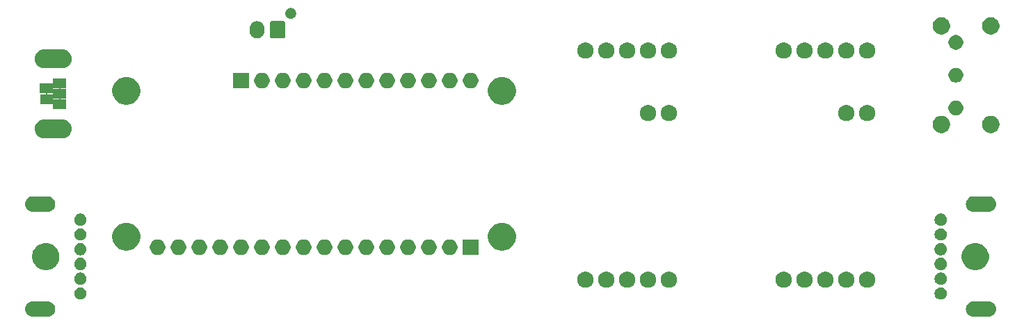
<source format=gbr>
G04 #@! TF.GenerationSoftware,KiCad,Pcbnew,5.0.2-5.fc29*
G04 #@! TF.CreationDate,2019-03-22T17:39:01+01:00*
G04 #@! TF.ProjectId,beieliscale-kicad,62656965-6c69-4736-9361-6c652d6b6963,rev?*
G04 #@! TF.SameCoordinates,Original*
G04 #@! TF.FileFunction,Soldermask,Bot*
G04 #@! TF.FilePolarity,Negative*
%FSLAX46Y46*%
G04 Gerber Fmt 4.6, Leading zero omitted, Abs format (unit mm)*
G04 Created by KiCad (PCBNEW 5.0.2-5.fc29) date Fr 22 Mär 2019 17:39:01 CET*
%MOMM*%
%LPD*%
G01*
G04 APERTURE LIST*
%ADD10C,0.100000*%
G04 APERTURE END LIST*
D10*
G04 #@! TO.C,J3*
G36*
X80340000Y-64529380D02*
X80340000Y-65735000D01*
X78740000Y-65735000D01*
X78740000Y-64529380D01*
X80340000Y-64529380D01*
G37*
G36*
X80340000Y-65833004D02*
X80340000Y-67035000D01*
X78740000Y-67035000D01*
X78740000Y-65833004D01*
X80340000Y-65833004D01*
G37*
G36*
X80340000Y-67137972D02*
X80340000Y-68335000D01*
X78740000Y-68335000D01*
X78740000Y-67137972D01*
X80340000Y-67137972D01*
G37*
G36*
X78740000Y-65178460D02*
X78740000Y-66385000D01*
X77131620Y-66385000D01*
X77131620Y-65178460D01*
X78740000Y-65178460D01*
G37*
G36*
X78740000Y-66485123D02*
X78740000Y-67685000D01*
X77136070Y-67685000D01*
X77136070Y-66485123D01*
X78740000Y-66485123D01*
G37*
G36*
X192751425Y-91742760D02*
X192751428Y-91742761D01*
X192751429Y-91742761D01*
X192930693Y-91797140D01*
X192930695Y-91797141D01*
X193095905Y-91885448D01*
X193240712Y-92004288D01*
X193359552Y-92149095D01*
X193447859Y-92314305D01*
X193502240Y-92493575D01*
X193520601Y-92680000D01*
X193502240Y-92866425D01*
X193447859Y-93045695D01*
X193359552Y-93210905D01*
X193240712Y-93355712D01*
X193095905Y-93474552D01*
X193095903Y-93474553D01*
X192930693Y-93562860D01*
X192751429Y-93617239D01*
X192751428Y-93617239D01*
X192751425Y-93617240D01*
X192611718Y-93631000D01*
X190718282Y-93631000D01*
X190578575Y-93617240D01*
X190578572Y-93617239D01*
X190578571Y-93617239D01*
X190399307Y-93562860D01*
X190234097Y-93474553D01*
X190234095Y-93474552D01*
X190089288Y-93355712D01*
X189970448Y-93210905D01*
X189882141Y-93045695D01*
X189827760Y-92866425D01*
X189809399Y-92680000D01*
X189827760Y-92493575D01*
X189882141Y-92314305D01*
X189970448Y-92149095D01*
X190089288Y-92004288D01*
X190234095Y-91885448D01*
X190399305Y-91797141D01*
X190399307Y-91797140D01*
X190578571Y-91742761D01*
X190578572Y-91742761D01*
X190578575Y-91742760D01*
X190718282Y-91729000D01*
X192611718Y-91729000D01*
X192751425Y-91742760D01*
X192751425Y-91742760D01*
G37*
G36*
X78226425Y-91742760D02*
X78226428Y-91742761D01*
X78226429Y-91742761D01*
X78405693Y-91797140D01*
X78405695Y-91797141D01*
X78570905Y-91885448D01*
X78715712Y-92004288D01*
X78834552Y-92149095D01*
X78922859Y-92314305D01*
X78977240Y-92493575D01*
X78995601Y-92680000D01*
X78977240Y-92866425D01*
X78922859Y-93045695D01*
X78834552Y-93210905D01*
X78715712Y-93355712D01*
X78570905Y-93474552D01*
X78570903Y-93474553D01*
X78405693Y-93562860D01*
X78226429Y-93617239D01*
X78226428Y-93617239D01*
X78226425Y-93617240D01*
X78086718Y-93631000D01*
X76193282Y-93631000D01*
X76053575Y-93617240D01*
X76053572Y-93617239D01*
X76053571Y-93617239D01*
X75874307Y-93562860D01*
X75709097Y-93474553D01*
X75709095Y-93474552D01*
X75564288Y-93355712D01*
X75445448Y-93210905D01*
X75357141Y-93045695D01*
X75302760Y-92866425D01*
X75284399Y-92680000D01*
X75302760Y-92493575D01*
X75357141Y-92314305D01*
X75445448Y-92149095D01*
X75564288Y-92004288D01*
X75709095Y-91885448D01*
X75874305Y-91797141D01*
X75874307Y-91797140D01*
X76053571Y-91742761D01*
X76053572Y-91742761D01*
X76053575Y-91742760D01*
X76193282Y-91729000D01*
X78086718Y-91729000D01*
X78226425Y-91742760D01*
X78226425Y-91742760D01*
G37*
G36*
X186985225Y-90054014D02*
X187122627Y-90110928D01*
X187244641Y-90192455D01*
X187246287Y-90193555D01*
X187351445Y-90298713D01*
X187434073Y-90422375D01*
X187490986Y-90559775D01*
X187520000Y-90705638D01*
X187520000Y-90854362D01*
X187490986Y-91000225D01*
X187434073Y-91137625D01*
X187351445Y-91261287D01*
X187246287Y-91366445D01*
X187246284Y-91366447D01*
X187122627Y-91449072D01*
X187122626Y-91449073D01*
X187122625Y-91449073D01*
X186985225Y-91505986D01*
X186839362Y-91535000D01*
X186690638Y-91535000D01*
X186544775Y-91505986D01*
X186407375Y-91449073D01*
X186407374Y-91449073D01*
X186407373Y-91449072D01*
X186283716Y-91366447D01*
X186283713Y-91366445D01*
X186178555Y-91261287D01*
X186095927Y-91137625D01*
X186039014Y-91000225D01*
X186010000Y-90854362D01*
X186010000Y-90705638D01*
X186039014Y-90559775D01*
X186095927Y-90422375D01*
X186178555Y-90298713D01*
X186283713Y-90193555D01*
X186285359Y-90192455D01*
X186407373Y-90110928D01*
X186544775Y-90054014D01*
X186690638Y-90025000D01*
X186839362Y-90025000D01*
X186985225Y-90054014D01*
X186985225Y-90054014D01*
G37*
G36*
X82260225Y-90054014D02*
X82397627Y-90110928D01*
X82519641Y-90192455D01*
X82521287Y-90193555D01*
X82626445Y-90298713D01*
X82709073Y-90422375D01*
X82765986Y-90559775D01*
X82795000Y-90705638D01*
X82795000Y-90854362D01*
X82765986Y-91000225D01*
X82709073Y-91137625D01*
X82626445Y-91261287D01*
X82521287Y-91366445D01*
X82521284Y-91366447D01*
X82397627Y-91449072D01*
X82397626Y-91449073D01*
X82397625Y-91449073D01*
X82260225Y-91505986D01*
X82114362Y-91535000D01*
X81965638Y-91535000D01*
X81819775Y-91505986D01*
X81682375Y-91449073D01*
X81682374Y-91449073D01*
X81682373Y-91449072D01*
X81558716Y-91366447D01*
X81558713Y-91366445D01*
X81453555Y-91261287D01*
X81370927Y-91137625D01*
X81314014Y-91000225D01*
X81285000Y-90854362D01*
X81285000Y-90705638D01*
X81314014Y-90559775D01*
X81370927Y-90422375D01*
X81453555Y-90298713D01*
X81558713Y-90193555D01*
X81560359Y-90192455D01*
X81682373Y-90110928D01*
X81819775Y-90054014D01*
X81965638Y-90025000D01*
X82114362Y-90025000D01*
X82260225Y-90054014D01*
X82260225Y-90054014D01*
G37*
G36*
X175549003Y-88152275D02*
X175549005Y-88152276D01*
X175549006Y-88152276D01*
X175729320Y-88226964D01*
X175729321Y-88226965D01*
X175891601Y-88335397D01*
X176029603Y-88473399D01*
X176029605Y-88473402D01*
X176138036Y-88635680D01*
X176189437Y-88759775D01*
X176212725Y-88815997D01*
X176250800Y-89007413D01*
X176250800Y-89202587D01*
X176223939Y-89337627D01*
X176212724Y-89394006D01*
X176138036Y-89574320D01*
X176050059Y-89705986D01*
X176029603Y-89736601D01*
X175891601Y-89874603D01*
X175891598Y-89874605D01*
X175729320Y-89983036D01*
X175549006Y-90057724D01*
X175549005Y-90057724D01*
X175549003Y-90057725D01*
X175357587Y-90095800D01*
X175162413Y-90095800D01*
X174970997Y-90057725D01*
X174970995Y-90057724D01*
X174970994Y-90057724D01*
X174790680Y-89983036D01*
X174628402Y-89874605D01*
X174628399Y-89874603D01*
X174490397Y-89736601D01*
X174469941Y-89705986D01*
X174381964Y-89574320D01*
X174307276Y-89394006D01*
X174296062Y-89337627D01*
X174269200Y-89202587D01*
X174269200Y-89007413D01*
X174307275Y-88815997D01*
X174330563Y-88759775D01*
X174381964Y-88635680D01*
X174490395Y-88473402D01*
X174490397Y-88473399D01*
X174628399Y-88335397D01*
X174790679Y-88226965D01*
X174790680Y-88226964D01*
X174970994Y-88152276D01*
X174970995Y-88152276D01*
X174970997Y-88152275D01*
X175162413Y-88114200D01*
X175357587Y-88114200D01*
X175549003Y-88152275D01*
X175549003Y-88152275D01*
G37*
G36*
X153959003Y-88152275D02*
X153959005Y-88152276D01*
X153959006Y-88152276D01*
X154139320Y-88226964D01*
X154139321Y-88226965D01*
X154301601Y-88335397D01*
X154439603Y-88473399D01*
X154439605Y-88473402D01*
X154548036Y-88635680D01*
X154599437Y-88759775D01*
X154622725Y-88815997D01*
X154660800Y-89007413D01*
X154660800Y-89202587D01*
X154633939Y-89337627D01*
X154622724Y-89394006D01*
X154548036Y-89574320D01*
X154460059Y-89705986D01*
X154439603Y-89736601D01*
X154301601Y-89874603D01*
X154301598Y-89874605D01*
X154139320Y-89983036D01*
X153959006Y-90057724D01*
X153959005Y-90057724D01*
X153959003Y-90057725D01*
X153767587Y-90095800D01*
X153572413Y-90095800D01*
X153380997Y-90057725D01*
X153380995Y-90057724D01*
X153380994Y-90057724D01*
X153200680Y-89983036D01*
X153038402Y-89874605D01*
X153038399Y-89874603D01*
X152900397Y-89736601D01*
X152879941Y-89705986D01*
X152791964Y-89574320D01*
X152717276Y-89394006D01*
X152706062Y-89337627D01*
X152679200Y-89202587D01*
X152679200Y-89007413D01*
X152717275Y-88815997D01*
X152740563Y-88759775D01*
X152791964Y-88635680D01*
X152900395Y-88473402D01*
X152900397Y-88473399D01*
X153038399Y-88335397D01*
X153200679Y-88226965D01*
X153200680Y-88226964D01*
X153380994Y-88152276D01*
X153380995Y-88152276D01*
X153380997Y-88152275D01*
X153572413Y-88114200D01*
X153767587Y-88114200D01*
X153959003Y-88152275D01*
X153959003Y-88152275D01*
G37*
G36*
X151419003Y-88152275D02*
X151419005Y-88152276D01*
X151419006Y-88152276D01*
X151599320Y-88226964D01*
X151599321Y-88226965D01*
X151761601Y-88335397D01*
X151899603Y-88473399D01*
X151899605Y-88473402D01*
X152008036Y-88635680D01*
X152059437Y-88759775D01*
X152082725Y-88815997D01*
X152120800Y-89007413D01*
X152120800Y-89202587D01*
X152093939Y-89337627D01*
X152082724Y-89394006D01*
X152008036Y-89574320D01*
X151920059Y-89705986D01*
X151899603Y-89736601D01*
X151761601Y-89874603D01*
X151761598Y-89874605D01*
X151599320Y-89983036D01*
X151419006Y-90057724D01*
X151419005Y-90057724D01*
X151419003Y-90057725D01*
X151227587Y-90095800D01*
X151032413Y-90095800D01*
X150840997Y-90057725D01*
X150840995Y-90057724D01*
X150840994Y-90057724D01*
X150660680Y-89983036D01*
X150498402Y-89874605D01*
X150498399Y-89874603D01*
X150360397Y-89736601D01*
X150339941Y-89705986D01*
X150251964Y-89574320D01*
X150177276Y-89394006D01*
X150166062Y-89337627D01*
X150139200Y-89202587D01*
X150139200Y-89007413D01*
X150177275Y-88815997D01*
X150200563Y-88759775D01*
X150251964Y-88635680D01*
X150360395Y-88473402D01*
X150360397Y-88473399D01*
X150498399Y-88335397D01*
X150660679Y-88226965D01*
X150660680Y-88226964D01*
X150840994Y-88152276D01*
X150840995Y-88152276D01*
X150840997Y-88152275D01*
X151032413Y-88114200D01*
X151227587Y-88114200D01*
X151419003Y-88152275D01*
X151419003Y-88152275D01*
G37*
G36*
X148879003Y-88152275D02*
X148879005Y-88152276D01*
X148879006Y-88152276D01*
X149059320Y-88226964D01*
X149059321Y-88226965D01*
X149221601Y-88335397D01*
X149359603Y-88473399D01*
X149359605Y-88473402D01*
X149468036Y-88635680D01*
X149519437Y-88759775D01*
X149542725Y-88815997D01*
X149580800Y-89007413D01*
X149580800Y-89202587D01*
X149553939Y-89337627D01*
X149542724Y-89394006D01*
X149468036Y-89574320D01*
X149380059Y-89705986D01*
X149359603Y-89736601D01*
X149221601Y-89874603D01*
X149221598Y-89874605D01*
X149059320Y-89983036D01*
X148879006Y-90057724D01*
X148879005Y-90057724D01*
X148879003Y-90057725D01*
X148687587Y-90095800D01*
X148492413Y-90095800D01*
X148300997Y-90057725D01*
X148300995Y-90057724D01*
X148300994Y-90057724D01*
X148120680Y-89983036D01*
X147958402Y-89874605D01*
X147958399Y-89874603D01*
X147820397Y-89736601D01*
X147799941Y-89705986D01*
X147711964Y-89574320D01*
X147637276Y-89394006D01*
X147626062Y-89337627D01*
X147599200Y-89202587D01*
X147599200Y-89007413D01*
X147637275Y-88815997D01*
X147660563Y-88759775D01*
X147711964Y-88635680D01*
X147820395Y-88473402D01*
X147820397Y-88473399D01*
X147958399Y-88335397D01*
X148120679Y-88226965D01*
X148120680Y-88226964D01*
X148300994Y-88152276D01*
X148300995Y-88152276D01*
X148300997Y-88152275D01*
X148492413Y-88114200D01*
X148687587Y-88114200D01*
X148879003Y-88152275D01*
X148879003Y-88152275D01*
G37*
G36*
X178089003Y-88152275D02*
X178089005Y-88152276D01*
X178089006Y-88152276D01*
X178269320Y-88226964D01*
X178269321Y-88226965D01*
X178431601Y-88335397D01*
X178569603Y-88473399D01*
X178569605Y-88473402D01*
X178678036Y-88635680D01*
X178729437Y-88759775D01*
X178752725Y-88815997D01*
X178790800Y-89007413D01*
X178790800Y-89202587D01*
X178763939Y-89337627D01*
X178752724Y-89394006D01*
X178678036Y-89574320D01*
X178590059Y-89705986D01*
X178569603Y-89736601D01*
X178431601Y-89874603D01*
X178431598Y-89874605D01*
X178269320Y-89983036D01*
X178089006Y-90057724D01*
X178089005Y-90057724D01*
X178089003Y-90057725D01*
X177897587Y-90095800D01*
X177702413Y-90095800D01*
X177510997Y-90057725D01*
X177510995Y-90057724D01*
X177510994Y-90057724D01*
X177330680Y-89983036D01*
X177168402Y-89874605D01*
X177168399Y-89874603D01*
X177030397Y-89736601D01*
X177009941Y-89705986D01*
X176921964Y-89574320D01*
X176847276Y-89394006D01*
X176836062Y-89337627D01*
X176809200Y-89202587D01*
X176809200Y-89007413D01*
X176847275Y-88815997D01*
X176870563Y-88759775D01*
X176921964Y-88635680D01*
X177030395Y-88473402D01*
X177030397Y-88473399D01*
X177168399Y-88335397D01*
X177330679Y-88226965D01*
X177330680Y-88226964D01*
X177510994Y-88152276D01*
X177510995Y-88152276D01*
X177510997Y-88152275D01*
X177702413Y-88114200D01*
X177897587Y-88114200D01*
X178089003Y-88152275D01*
X178089003Y-88152275D01*
G37*
G36*
X146339003Y-88152275D02*
X146339005Y-88152276D01*
X146339006Y-88152276D01*
X146519320Y-88226964D01*
X146519321Y-88226965D01*
X146681601Y-88335397D01*
X146819603Y-88473399D01*
X146819605Y-88473402D01*
X146928036Y-88635680D01*
X146979437Y-88759775D01*
X147002725Y-88815997D01*
X147040800Y-89007413D01*
X147040800Y-89202587D01*
X147013939Y-89337627D01*
X147002724Y-89394006D01*
X146928036Y-89574320D01*
X146840059Y-89705986D01*
X146819603Y-89736601D01*
X146681601Y-89874603D01*
X146681598Y-89874605D01*
X146519320Y-89983036D01*
X146339006Y-90057724D01*
X146339005Y-90057724D01*
X146339003Y-90057725D01*
X146147587Y-90095800D01*
X145952413Y-90095800D01*
X145760997Y-90057725D01*
X145760995Y-90057724D01*
X145760994Y-90057724D01*
X145580680Y-89983036D01*
X145418402Y-89874605D01*
X145418399Y-89874603D01*
X145280397Y-89736601D01*
X145259941Y-89705986D01*
X145171964Y-89574320D01*
X145097276Y-89394006D01*
X145086062Y-89337627D01*
X145059200Y-89202587D01*
X145059200Y-89007413D01*
X145097275Y-88815997D01*
X145120563Y-88759775D01*
X145171964Y-88635680D01*
X145280395Y-88473402D01*
X145280397Y-88473399D01*
X145418399Y-88335397D01*
X145580679Y-88226965D01*
X145580680Y-88226964D01*
X145760994Y-88152276D01*
X145760995Y-88152276D01*
X145760997Y-88152275D01*
X145952413Y-88114200D01*
X146147587Y-88114200D01*
X146339003Y-88152275D01*
X146339003Y-88152275D01*
G37*
G36*
X143799003Y-88152275D02*
X143799005Y-88152276D01*
X143799006Y-88152276D01*
X143979320Y-88226964D01*
X143979321Y-88226965D01*
X144141601Y-88335397D01*
X144279603Y-88473399D01*
X144279605Y-88473402D01*
X144388036Y-88635680D01*
X144439437Y-88759775D01*
X144462725Y-88815997D01*
X144500800Y-89007413D01*
X144500800Y-89202587D01*
X144473939Y-89337627D01*
X144462724Y-89394006D01*
X144388036Y-89574320D01*
X144300059Y-89705986D01*
X144279603Y-89736601D01*
X144141601Y-89874603D01*
X144141598Y-89874605D01*
X143979320Y-89983036D01*
X143799006Y-90057724D01*
X143799005Y-90057724D01*
X143799003Y-90057725D01*
X143607587Y-90095800D01*
X143412413Y-90095800D01*
X143220997Y-90057725D01*
X143220995Y-90057724D01*
X143220994Y-90057724D01*
X143040680Y-89983036D01*
X142878402Y-89874605D01*
X142878399Y-89874603D01*
X142740397Y-89736601D01*
X142719941Y-89705986D01*
X142631964Y-89574320D01*
X142557276Y-89394006D01*
X142546062Y-89337627D01*
X142519200Y-89202587D01*
X142519200Y-89007413D01*
X142557275Y-88815997D01*
X142580563Y-88759775D01*
X142631964Y-88635680D01*
X142740395Y-88473402D01*
X142740397Y-88473399D01*
X142878399Y-88335397D01*
X143040679Y-88226965D01*
X143040680Y-88226964D01*
X143220994Y-88152276D01*
X143220995Y-88152276D01*
X143220997Y-88152275D01*
X143412413Y-88114200D01*
X143607587Y-88114200D01*
X143799003Y-88152275D01*
X143799003Y-88152275D01*
G37*
G36*
X173009003Y-88152275D02*
X173009005Y-88152276D01*
X173009006Y-88152276D01*
X173189320Y-88226964D01*
X173189321Y-88226965D01*
X173351601Y-88335397D01*
X173489603Y-88473399D01*
X173489605Y-88473402D01*
X173598036Y-88635680D01*
X173649437Y-88759775D01*
X173672725Y-88815997D01*
X173710800Y-89007413D01*
X173710800Y-89202587D01*
X173683939Y-89337627D01*
X173672724Y-89394006D01*
X173598036Y-89574320D01*
X173510059Y-89705986D01*
X173489603Y-89736601D01*
X173351601Y-89874603D01*
X173351598Y-89874605D01*
X173189320Y-89983036D01*
X173009006Y-90057724D01*
X173009005Y-90057724D01*
X173009003Y-90057725D01*
X172817587Y-90095800D01*
X172622413Y-90095800D01*
X172430997Y-90057725D01*
X172430995Y-90057724D01*
X172430994Y-90057724D01*
X172250680Y-89983036D01*
X172088402Y-89874605D01*
X172088399Y-89874603D01*
X171950397Y-89736601D01*
X171929941Y-89705986D01*
X171841964Y-89574320D01*
X171767276Y-89394006D01*
X171756062Y-89337627D01*
X171729200Y-89202587D01*
X171729200Y-89007413D01*
X171767275Y-88815997D01*
X171790563Y-88759775D01*
X171841964Y-88635680D01*
X171950395Y-88473402D01*
X171950397Y-88473399D01*
X172088399Y-88335397D01*
X172250679Y-88226965D01*
X172250680Y-88226964D01*
X172430994Y-88152276D01*
X172430995Y-88152276D01*
X172430997Y-88152275D01*
X172622413Y-88114200D01*
X172817587Y-88114200D01*
X173009003Y-88152275D01*
X173009003Y-88152275D01*
G37*
G36*
X170469003Y-88152275D02*
X170469005Y-88152276D01*
X170469006Y-88152276D01*
X170649320Y-88226964D01*
X170649321Y-88226965D01*
X170811601Y-88335397D01*
X170949603Y-88473399D01*
X170949605Y-88473402D01*
X171058036Y-88635680D01*
X171109437Y-88759775D01*
X171132725Y-88815997D01*
X171170800Y-89007413D01*
X171170800Y-89202587D01*
X171143939Y-89337627D01*
X171132724Y-89394006D01*
X171058036Y-89574320D01*
X170970059Y-89705986D01*
X170949603Y-89736601D01*
X170811601Y-89874603D01*
X170811598Y-89874605D01*
X170649320Y-89983036D01*
X170469006Y-90057724D01*
X170469005Y-90057724D01*
X170469003Y-90057725D01*
X170277587Y-90095800D01*
X170082413Y-90095800D01*
X169890997Y-90057725D01*
X169890995Y-90057724D01*
X169890994Y-90057724D01*
X169710680Y-89983036D01*
X169548402Y-89874605D01*
X169548399Y-89874603D01*
X169410397Y-89736601D01*
X169389941Y-89705986D01*
X169301964Y-89574320D01*
X169227276Y-89394006D01*
X169216062Y-89337627D01*
X169189200Y-89202587D01*
X169189200Y-89007413D01*
X169227275Y-88815997D01*
X169250563Y-88759775D01*
X169301964Y-88635680D01*
X169410395Y-88473402D01*
X169410397Y-88473399D01*
X169548399Y-88335397D01*
X169710679Y-88226965D01*
X169710680Y-88226964D01*
X169890994Y-88152276D01*
X169890995Y-88152276D01*
X169890997Y-88152275D01*
X170082413Y-88114200D01*
X170277587Y-88114200D01*
X170469003Y-88152275D01*
X170469003Y-88152275D01*
G37*
G36*
X167929003Y-88152275D02*
X167929005Y-88152276D01*
X167929006Y-88152276D01*
X168109320Y-88226964D01*
X168109321Y-88226965D01*
X168271601Y-88335397D01*
X168409603Y-88473399D01*
X168409605Y-88473402D01*
X168518036Y-88635680D01*
X168569437Y-88759775D01*
X168592725Y-88815997D01*
X168630800Y-89007413D01*
X168630800Y-89202587D01*
X168603939Y-89337627D01*
X168592724Y-89394006D01*
X168518036Y-89574320D01*
X168430059Y-89705986D01*
X168409603Y-89736601D01*
X168271601Y-89874603D01*
X168271598Y-89874605D01*
X168109320Y-89983036D01*
X167929006Y-90057724D01*
X167929005Y-90057724D01*
X167929003Y-90057725D01*
X167737587Y-90095800D01*
X167542413Y-90095800D01*
X167350997Y-90057725D01*
X167350995Y-90057724D01*
X167350994Y-90057724D01*
X167170680Y-89983036D01*
X167008402Y-89874605D01*
X167008399Y-89874603D01*
X166870397Y-89736601D01*
X166849941Y-89705986D01*
X166761964Y-89574320D01*
X166687276Y-89394006D01*
X166676062Y-89337627D01*
X166649200Y-89202587D01*
X166649200Y-89007413D01*
X166687275Y-88815997D01*
X166710563Y-88759775D01*
X166761964Y-88635680D01*
X166870395Y-88473402D01*
X166870397Y-88473399D01*
X167008399Y-88335397D01*
X167170679Y-88226965D01*
X167170680Y-88226964D01*
X167350994Y-88152276D01*
X167350995Y-88152276D01*
X167350997Y-88152275D01*
X167542413Y-88114200D01*
X167737587Y-88114200D01*
X167929003Y-88152275D01*
X167929003Y-88152275D01*
G37*
G36*
X186985225Y-88254014D02*
X187122627Y-88310928D01*
X187159244Y-88335395D01*
X187246287Y-88393555D01*
X187351445Y-88498713D01*
X187434073Y-88622375D01*
X187490986Y-88759775D01*
X187520000Y-88905638D01*
X187520000Y-89054362D01*
X187490986Y-89200225D01*
X187434073Y-89337625D01*
X187351445Y-89461287D01*
X187246287Y-89566445D01*
X187246284Y-89566447D01*
X187122627Y-89649072D01*
X187122626Y-89649073D01*
X187122625Y-89649073D01*
X186985225Y-89705986D01*
X186839362Y-89735000D01*
X186690638Y-89735000D01*
X186544775Y-89705986D01*
X186407375Y-89649073D01*
X186407374Y-89649073D01*
X186407373Y-89649072D01*
X186283716Y-89566447D01*
X186283713Y-89566445D01*
X186178555Y-89461287D01*
X186095927Y-89337625D01*
X186039014Y-89200225D01*
X186010000Y-89054362D01*
X186010000Y-88905638D01*
X186039014Y-88759775D01*
X186095927Y-88622375D01*
X186178555Y-88498713D01*
X186283713Y-88393555D01*
X186370756Y-88335395D01*
X186407373Y-88310928D01*
X186544775Y-88254014D01*
X186690638Y-88225000D01*
X186839362Y-88225000D01*
X186985225Y-88254014D01*
X186985225Y-88254014D01*
G37*
G36*
X82260225Y-88254014D02*
X82397627Y-88310928D01*
X82434244Y-88335395D01*
X82521287Y-88393555D01*
X82626445Y-88498713D01*
X82709073Y-88622375D01*
X82765986Y-88759775D01*
X82795000Y-88905638D01*
X82795000Y-89054362D01*
X82765986Y-89200225D01*
X82709073Y-89337625D01*
X82626445Y-89461287D01*
X82521287Y-89566445D01*
X82521284Y-89566447D01*
X82397627Y-89649072D01*
X82397626Y-89649073D01*
X82397625Y-89649073D01*
X82260225Y-89705986D01*
X82114362Y-89735000D01*
X81965638Y-89735000D01*
X81819775Y-89705986D01*
X81682375Y-89649073D01*
X81682374Y-89649073D01*
X81682373Y-89649072D01*
X81558716Y-89566447D01*
X81558713Y-89566445D01*
X81453555Y-89461287D01*
X81370927Y-89337625D01*
X81314014Y-89200225D01*
X81285000Y-89054362D01*
X81285000Y-88905638D01*
X81314014Y-88759775D01*
X81370927Y-88622375D01*
X81453555Y-88498713D01*
X81558713Y-88393555D01*
X81645756Y-88335395D01*
X81682373Y-88310928D01*
X81819775Y-88254014D01*
X81965638Y-88225000D01*
X82114362Y-88225000D01*
X82260225Y-88254014D01*
X82260225Y-88254014D01*
G37*
G36*
X78323910Y-84684754D02*
X78323913Y-84684755D01*
X78323912Y-84684755D01*
X78625831Y-84809813D01*
X78625832Y-84809814D01*
X78897554Y-84991373D01*
X79128627Y-85222446D01*
X79128629Y-85222449D01*
X79310187Y-85494169D01*
X79406914Y-85727691D01*
X79435246Y-85796090D01*
X79499000Y-86116601D01*
X79499000Y-86443399D01*
X79435246Y-86763910D01*
X79435245Y-86763912D01*
X79310187Y-87065831D01*
X79283588Y-87105639D01*
X79128627Y-87337554D01*
X78897554Y-87568627D01*
X78897551Y-87568629D01*
X78625831Y-87750187D01*
X78392309Y-87846914D01*
X78323910Y-87875246D01*
X78003399Y-87939000D01*
X77676601Y-87939000D01*
X77356090Y-87875246D01*
X77287691Y-87846914D01*
X77054169Y-87750187D01*
X76782449Y-87568629D01*
X76782446Y-87568627D01*
X76551373Y-87337554D01*
X76396412Y-87105639D01*
X76369813Y-87065831D01*
X76244755Y-86763912D01*
X76244754Y-86763910D01*
X76181000Y-86443399D01*
X76181000Y-86116601D01*
X76244754Y-85796090D01*
X76273086Y-85727691D01*
X76369813Y-85494169D01*
X76551371Y-85222449D01*
X76551373Y-85222446D01*
X76782446Y-84991373D01*
X77054168Y-84809814D01*
X77054169Y-84809813D01*
X77356088Y-84684755D01*
X77356087Y-84684755D01*
X77356090Y-84684754D01*
X77676601Y-84621000D01*
X78003399Y-84621000D01*
X78323910Y-84684754D01*
X78323910Y-84684754D01*
G37*
G36*
X191448910Y-84684754D02*
X191448913Y-84684755D01*
X191448912Y-84684755D01*
X191750831Y-84809813D01*
X191750832Y-84809814D01*
X192022554Y-84991373D01*
X192253627Y-85222446D01*
X192253629Y-85222449D01*
X192435187Y-85494169D01*
X192531914Y-85727691D01*
X192560246Y-85796090D01*
X192624000Y-86116601D01*
X192624000Y-86443399D01*
X192560246Y-86763910D01*
X192560245Y-86763912D01*
X192435187Y-87065831D01*
X192408588Y-87105639D01*
X192253627Y-87337554D01*
X192022554Y-87568627D01*
X192022551Y-87568629D01*
X191750831Y-87750187D01*
X191517309Y-87846914D01*
X191448910Y-87875246D01*
X191128399Y-87939000D01*
X190801601Y-87939000D01*
X190481090Y-87875246D01*
X190412691Y-87846914D01*
X190179169Y-87750187D01*
X189907449Y-87568629D01*
X189907446Y-87568627D01*
X189676373Y-87337554D01*
X189521412Y-87105639D01*
X189494813Y-87065831D01*
X189369755Y-86763912D01*
X189369754Y-86763910D01*
X189306000Y-86443399D01*
X189306000Y-86116601D01*
X189369754Y-85796090D01*
X189398086Y-85727691D01*
X189494813Y-85494169D01*
X189676371Y-85222449D01*
X189676373Y-85222446D01*
X189907446Y-84991373D01*
X190179168Y-84809814D01*
X190179169Y-84809813D01*
X190481088Y-84684755D01*
X190481087Y-84684755D01*
X190481090Y-84684754D01*
X190801601Y-84621000D01*
X191128399Y-84621000D01*
X191448910Y-84684754D01*
X191448910Y-84684754D01*
G37*
G36*
X82206860Y-86443399D02*
X82260225Y-86454014D01*
X82397627Y-86510928D01*
X82519641Y-86592455D01*
X82521287Y-86593555D01*
X82626445Y-86698713D01*
X82626447Y-86698716D01*
X82670010Y-86763912D01*
X82709073Y-86822375D01*
X82765986Y-86959775D01*
X82795000Y-87105638D01*
X82795000Y-87254362D01*
X82765986Y-87400225D01*
X82709073Y-87537625D01*
X82626445Y-87661287D01*
X82521287Y-87766445D01*
X82521284Y-87766447D01*
X82397627Y-87849072D01*
X82397626Y-87849073D01*
X82397625Y-87849073D01*
X82260225Y-87905986D01*
X82114362Y-87935000D01*
X81965638Y-87935000D01*
X81819775Y-87905986D01*
X81682375Y-87849073D01*
X81682374Y-87849073D01*
X81682373Y-87849072D01*
X81558716Y-87766447D01*
X81558713Y-87766445D01*
X81453555Y-87661287D01*
X81370927Y-87537625D01*
X81314014Y-87400225D01*
X81285000Y-87254362D01*
X81285000Y-87105638D01*
X81314014Y-86959775D01*
X81370927Y-86822375D01*
X81409991Y-86763912D01*
X81453553Y-86698716D01*
X81453555Y-86698713D01*
X81558713Y-86593555D01*
X81560359Y-86592455D01*
X81682373Y-86510928D01*
X81819775Y-86454014D01*
X81873140Y-86443399D01*
X81965638Y-86425000D01*
X82114362Y-86425000D01*
X82206860Y-86443399D01*
X82206860Y-86443399D01*
G37*
G36*
X186931860Y-86443399D02*
X186985225Y-86454014D01*
X187122627Y-86510928D01*
X187244641Y-86592455D01*
X187246287Y-86593555D01*
X187351445Y-86698713D01*
X187351447Y-86698716D01*
X187395010Y-86763912D01*
X187434073Y-86822375D01*
X187490986Y-86959775D01*
X187520000Y-87105638D01*
X187520000Y-87254362D01*
X187490986Y-87400225D01*
X187434073Y-87537625D01*
X187351445Y-87661287D01*
X187246287Y-87766445D01*
X187246284Y-87766447D01*
X187122627Y-87849072D01*
X187122626Y-87849073D01*
X187122625Y-87849073D01*
X186985225Y-87905986D01*
X186839362Y-87935000D01*
X186690638Y-87935000D01*
X186544775Y-87905986D01*
X186407375Y-87849073D01*
X186407374Y-87849073D01*
X186407373Y-87849072D01*
X186283716Y-87766447D01*
X186283713Y-87766445D01*
X186178555Y-87661287D01*
X186095927Y-87537625D01*
X186039014Y-87400225D01*
X186010000Y-87254362D01*
X186010000Y-87105638D01*
X186039014Y-86959775D01*
X186095927Y-86822375D01*
X186134991Y-86763912D01*
X186178553Y-86698716D01*
X186178555Y-86698713D01*
X186283713Y-86593555D01*
X186285359Y-86592455D01*
X186407373Y-86510928D01*
X186544775Y-86454014D01*
X186598140Y-86443399D01*
X186690638Y-86425000D01*
X186839362Y-86425000D01*
X186931860Y-86443399D01*
X186931860Y-86443399D01*
G37*
G36*
X82260225Y-84654014D02*
X82397627Y-84710928D01*
X82519641Y-84792455D01*
X82521287Y-84793555D01*
X82626445Y-84898713D01*
X82626447Y-84898716D01*
X82657350Y-84944965D01*
X82709073Y-85022375D01*
X82765986Y-85159775D01*
X82795000Y-85305638D01*
X82795000Y-85454362D01*
X82765986Y-85600225D01*
X82712557Y-85729215D01*
X82709072Y-85737627D01*
X82670008Y-85796090D01*
X82626445Y-85861287D01*
X82521287Y-85966445D01*
X82521284Y-85966447D01*
X82397627Y-86049072D01*
X82397626Y-86049073D01*
X82397625Y-86049073D01*
X82260225Y-86105986D01*
X82114362Y-86135000D01*
X81965638Y-86135000D01*
X81819775Y-86105986D01*
X81682375Y-86049073D01*
X81682374Y-86049073D01*
X81682373Y-86049072D01*
X81558716Y-85966447D01*
X81558713Y-85966445D01*
X81453555Y-85861287D01*
X81409992Y-85796090D01*
X81370928Y-85737627D01*
X81367444Y-85729215D01*
X81314014Y-85600225D01*
X81285000Y-85454362D01*
X81285000Y-85305638D01*
X81314014Y-85159775D01*
X81370927Y-85022375D01*
X81422651Y-84944965D01*
X81453553Y-84898716D01*
X81453555Y-84898713D01*
X81558713Y-84793555D01*
X81560359Y-84792455D01*
X81682373Y-84710928D01*
X81819775Y-84654014D01*
X81965638Y-84625000D01*
X82114362Y-84625000D01*
X82260225Y-84654014D01*
X82260225Y-84654014D01*
G37*
G36*
X186985225Y-84654014D02*
X187122627Y-84710928D01*
X187244641Y-84792455D01*
X187246287Y-84793555D01*
X187351445Y-84898713D01*
X187351447Y-84898716D01*
X187382350Y-84944965D01*
X187434073Y-85022375D01*
X187490986Y-85159775D01*
X187520000Y-85305638D01*
X187520000Y-85454362D01*
X187490986Y-85600225D01*
X187437557Y-85729215D01*
X187434072Y-85737627D01*
X187395008Y-85796090D01*
X187351445Y-85861287D01*
X187246287Y-85966445D01*
X187246284Y-85966447D01*
X187122627Y-86049072D01*
X187122626Y-86049073D01*
X187122625Y-86049073D01*
X186985225Y-86105986D01*
X186839362Y-86135000D01*
X186690638Y-86135000D01*
X186544775Y-86105986D01*
X186407375Y-86049073D01*
X186407374Y-86049073D01*
X186407373Y-86049072D01*
X186283716Y-85966447D01*
X186283713Y-85966445D01*
X186178555Y-85861287D01*
X186134992Y-85796090D01*
X186095928Y-85737627D01*
X186092444Y-85729215D01*
X186039014Y-85600225D01*
X186010000Y-85454362D01*
X186010000Y-85305638D01*
X186039014Y-85159775D01*
X186095927Y-85022375D01*
X186147651Y-84944965D01*
X186178553Y-84898716D01*
X186178555Y-84898713D01*
X186283713Y-84793555D01*
X186285359Y-84792455D01*
X186407373Y-84710928D01*
X186544775Y-84654014D01*
X186690638Y-84625000D01*
X186839362Y-84625000D01*
X186985225Y-84654014D01*
X186985225Y-84654014D01*
G37*
G36*
X91714188Y-84226123D02*
X91885257Y-84296983D01*
X92039216Y-84399855D01*
X92170145Y-84530784D01*
X92273017Y-84684743D01*
X92343877Y-84855812D01*
X92380000Y-85037417D01*
X92380000Y-85222583D01*
X92343877Y-85404188D01*
X92273017Y-85575257D01*
X92170145Y-85729216D01*
X92039216Y-85860145D01*
X91885257Y-85963017D01*
X91714188Y-86033877D01*
X91532583Y-86070000D01*
X91347417Y-86070000D01*
X91165812Y-86033877D01*
X90994743Y-85963017D01*
X90840784Y-85860145D01*
X90709855Y-85729216D01*
X90606983Y-85575257D01*
X90536123Y-85404188D01*
X90500000Y-85222583D01*
X90500000Y-85037417D01*
X90536123Y-84855812D01*
X90606983Y-84684743D01*
X90709855Y-84530784D01*
X90840784Y-84399855D01*
X90994743Y-84296983D01*
X91165812Y-84226123D01*
X91347417Y-84190000D01*
X91532583Y-84190000D01*
X91714188Y-84226123D01*
X91714188Y-84226123D01*
G37*
G36*
X130480000Y-86070000D02*
X128600000Y-86070000D01*
X128600000Y-84190000D01*
X130480000Y-84190000D01*
X130480000Y-86070000D01*
X130480000Y-86070000D01*
G37*
G36*
X94254188Y-84226123D02*
X94425257Y-84296983D01*
X94579216Y-84399855D01*
X94710145Y-84530784D01*
X94813017Y-84684743D01*
X94883877Y-84855812D01*
X94920000Y-85037417D01*
X94920000Y-85222583D01*
X94883877Y-85404188D01*
X94813017Y-85575257D01*
X94710145Y-85729216D01*
X94579216Y-85860145D01*
X94425257Y-85963017D01*
X94254188Y-86033877D01*
X94072583Y-86070000D01*
X93887417Y-86070000D01*
X93705812Y-86033877D01*
X93534743Y-85963017D01*
X93380784Y-85860145D01*
X93249855Y-85729216D01*
X93146983Y-85575257D01*
X93076123Y-85404188D01*
X93040000Y-85222583D01*
X93040000Y-85037417D01*
X93076123Y-84855812D01*
X93146983Y-84684743D01*
X93249855Y-84530784D01*
X93380784Y-84399855D01*
X93534743Y-84296983D01*
X93705812Y-84226123D01*
X93887417Y-84190000D01*
X94072583Y-84190000D01*
X94254188Y-84226123D01*
X94254188Y-84226123D01*
G37*
G36*
X99334188Y-84226123D02*
X99505257Y-84296983D01*
X99659216Y-84399855D01*
X99790145Y-84530784D01*
X99893017Y-84684743D01*
X99963877Y-84855812D01*
X100000000Y-85037417D01*
X100000000Y-85222583D01*
X99963877Y-85404188D01*
X99893017Y-85575257D01*
X99790145Y-85729216D01*
X99659216Y-85860145D01*
X99505257Y-85963017D01*
X99334188Y-86033877D01*
X99152583Y-86070000D01*
X98967417Y-86070000D01*
X98785812Y-86033877D01*
X98614743Y-85963017D01*
X98460784Y-85860145D01*
X98329855Y-85729216D01*
X98226983Y-85575257D01*
X98156123Y-85404188D01*
X98120000Y-85222583D01*
X98120000Y-85037417D01*
X98156123Y-84855812D01*
X98226983Y-84684743D01*
X98329855Y-84530784D01*
X98460784Y-84399855D01*
X98614743Y-84296983D01*
X98785812Y-84226123D01*
X98967417Y-84190000D01*
X99152583Y-84190000D01*
X99334188Y-84226123D01*
X99334188Y-84226123D01*
G37*
G36*
X101874188Y-84226123D02*
X102045257Y-84296983D01*
X102199216Y-84399855D01*
X102330145Y-84530784D01*
X102433017Y-84684743D01*
X102503877Y-84855812D01*
X102540000Y-85037417D01*
X102540000Y-85222583D01*
X102503877Y-85404188D01*
X102433017Y-85575257D01*
X102330145Y-85729216D01*
X102199216Y-85860145D01*
X102045257Y-85963017D01*
X101874188Y-86033877D01*
X101692583Y-86070000D01*
X101507417Y-86070000D01*
X101325812Y-86033877D01*
X101154743Y-85963017D01*
X101000784Y-85860145D01*
X100869855Y-85729216D01*
X100766983Y-85575257D01*
X100696123Y-85404188D01*
X100660000Y-85222583D01*
X100660000Y-85037417D01*
X100696123Y-84855812D01*
X100766983Y-84684743D01*
X100869855Y-84530784D01*
X101000784Y-84399855D01*
X101154743Y-84296983D01*
X101325812Y-84226123D01*
X101507417Y-84190000D01*
X101692583Y-84190000D01*
X101874188Y-84226123D01*
X101874188Y-84226123D01*
G37*
G36*
X104414188Y-84226123D02*
X104585257Y-84296983D01*
X104739216Y-84399855D01*
X104870145Y-84530784D01*
X104973017Y-84684743D01*
X105043877Y-84855812D01*
X105080000Y-85037417D01*
X105080000Y-85222583D01*
X105043877Y-85404188D01*
X104973017Y-85575257D01*
X104870145Y-85729216D01*
X104739216Y-85860145D01*
X104585257Y-85963017D01*
X104414188Y-86033877D01*
X104232583Y-86070000D01*
X104047417Y-86070000D01*
X103865812Y-86033877D01*
X103694743Y-85963017D01*
X103540784Y-85860145D01*
X103409855Y-85729216D01*
X103306983Y-85575257D01*
X103236123Y-85404188D01*
X103200000Y-85222583D01*
X103200000Y-85037417D01*
X103236123Y-84855812D01*
X103306983Y-84684743D01*
X103409855Y-84530784D01*
X103540784Y-84399855D01*
X103694743Y-84296983D01*
X103865812Y-84226123D01*
X104047417Y-84190000D01*
X104232583Y-84190000D01*
X104414188Y-84226123D01*
X104414188Y-84226123D01*
G37*
G36*
X106954188Y-84226123D02*
X107125257Y-84296983D01*
X107279216Y-84399855D01*
X107410145Y-84530784D01*
X107513017Y-84684743D01*
X107583877Y-84855812D01*
X107620000Y-85037417D01*
X107620000Y-85222583D01*
X107583877Y-85404188D01*
X107513017Y-85575257D01*
X107410145Y-85729216D01*
X107279216Y-85860145D01*
X107125257Y-85963017D01*
X106954188Y-86033877D01*
X106772583Y-86070000D01*
X106587417Y-86070000D01*
X106405812Y-86033877D01*
X106234743Y-85963017D01*
X106080784Y-85860145D01*
X105949855Y-85729216D01*
X105846983Y-85575257D01*
X105776123Y-85404188D01*
X105740000Y-85222583D01*
X105740000Y-85037417D01*
X105776123Y-84855812D01*
X105846983Y-84684743D01*
X105949855Y-84530784D01*
X106080784Y-84399855D01*
X106234743Y-84296983D01*
X106405812Y-84226123D01*
X106587417Y-84190000D01*
X106772583Y-84190000D01*
X106954188Y-84226123D01*
X106954188Y-84226123D01*
G37*
G36*
X109494188Y-84226123D02*
X109665257Y-84296983D01*
X109819216Y-84399855D01*
X109950145Y-84530784D01*
X110053017Y-84684743D01*
X110123877Y-84855812D01*
X110160000Y-85037417D01*
X110160000Y-85222583D01*
X110123877Y-85404188D01*
X110053017Y-85575257D01*
X109950145Y-85729216D01*
X109819216Y-85860145D01*
X109665257Y-85963017D01*
X109494188Y-86033877D01*
X109312583Y-86070000D01*
X109127417Y-86070000D01*
X108945812Y-86033877D01*
X108774743Y-85963017D01*
X108620784Y-85860145D01*
X108489855Y-85729216D01*
X108386983Y-85575257D01*
X108316123Y-85404188D01*
X108280000Y-85222583D01*
X108280000Y-85037417D01*
X108316123Y-84855812D01*
X108386983Y-84684743D01*
X108489855Y-84530784D01*
X108620784Y-84399855D01*
X108774743Y-84296983D01*
X108945812Y-84226123D01*
X109127417Y-84190000D01*
X109312583Y-84190000D01*
X109494188Y-84226123D01*
X109494188Y-84226123D01*
G37*
G36*
X112034188Y-84226123D02*
X112205257Y-84296983D01*
X112359216Y-84399855D01*
X112490145Y-84530784D01*
X112593017Y-84684743D01*
X112663877Y-84855812D01*
X112700000Y-85037417D01*
X112700000Y-85222583D01*
X112663877Y-85404188D01*
X112593017Y-85575257D01*
X112490145Y-85729216D01*
X112359216Y-85860145D01*
X112205257Y-85963017D01*
X112034188Y-86033877D01*
X111852583Y-86070000D01*
X111667417Y-86070000D01*
X111485812Y-86033877D01*
X111314743Y-85963017D01*
X111160784Y-85860145D01*
X111029855Y-85729216D01*
X110926983Y-85575257D01*
X110856123Y-85404188D01*
X110820000Y-85222583D01*
X110820000Y-85037417D01*
X110856123Y-84855812D01*
X110926983Y-84684743D01*
X111029855Y-84530784D01*
X111160784Y-84399855D01*
X111314743Y-84296983D01*
X111485812Y-84226123D01*
X111667417Y-84190000D01*
X111852583Y-84190000D01*
X112034188Y-84226123D01*
X112034188Y-84226123D01*
G37*
G36*
X117114188Y-84226123D02*
X117285257Y-84296983D01*
X117439216Y-84399855D01*
X117570145Y-84530784D01*
X117673017Y-84684743D01*
X117743877Y-84855812D01*
X117780000Y-85037417D01*
X117780000Y-85222583D01*
X117743877Y-85404188D01*
X117673017Y-85575257D01*
X117570145Y-85729216D01*
X117439216Y-85860145D01*
X117285257Y-85963017D01*
X117114188Y-86033877D01*
X116932583Y-86070000D01*
X116747417Y-86070000D01*
X116565812Y-86033877D01*
X116394743Y-85963017D01*
X116240784Y-85860145D01*
X116109855Y-85729216D01*
X116006983Y-85575257D01*
X115936123Y-85404188D01*
X115900000Y-85222583D01*
X115900000Y-85037417D01*
X115936123Y-84855812D01*
X116006983Y-84684743D01*
X116109855Y-84530784D01*
X116240784Y-84399855D01*
X116394743Y-84296983D01*
X116565812Y-84226123D01*
X116747417Y-84190000D01*
X116932583Y-84190000D01*
X117114188Y-84226123D01*
X117114188Y-84226123D01*
G37*
G36*
X114574188Y-84226123D02*
X114745257Y-84296983D01*
X114899216Y-84399855D01*
X115030145Y-84530784D01*
X115133017Y-84684743D01*
X115203877Y-84855812D01*
X115240000Y-85037417D01*
X115240000Y-85222583D01*
X115203877Y-85404188D01*
X115133017Y-85575257D01*
X115030145Y-85729216D01*
X114899216Y-85860145D01*
X114745257Y-85963017D01*
X114574188Y-86033877D01*
X114392583Y-86070000D01*
X114207417Y-86070000D01*
X114025812Y-86033877D01*
X113854743Y-85963017D01*
X113700784Y-85860145D01*
X113569855Y-85729216D01*
X113466983Y-85575257D01*
X113396123Y-85404188D01*
X113360000Y-85222583D01*
X113360000Y-85037417D01*
X113396123Y-84855812D01*
X113466983Y-84684743D01*
X113569855Y-84530784D01*
X113700784Y-84399855D01*
X113854743Y-84296983D01*
X114025812Y-84226123D01*
X114207417Y-84190000D01*
X114392583Y-84190000D01*
X114574188Y-84226123D01*
X114574188Y-84226123D01*
G37*
G36*
X119654188Y-84226123D02*
X119825257Y-84296983D01*
X119979216Y-84399855D01*
X120110145Y-84530784D01*
X120213017Y-84684743D01*
X120283877Y-84855812D01*
X120320000Y-85037417D01*
X120320000Y-85222583D01*
X120283877Y-85404188D01*
X120213017Y-85575257D01*
X120110145Y-85729216D01*
X119979216Y-85860145D01*
X119825257Y-85963017D01*
X119654188Y-86033877D01*
X119472583Y-86070000D01*
X119287417Y-86070000D01*
X119105812Y-86033877D01*
X118934743Y-85963017D01*
X118780784Y-85860145D01*
X118649855Y-85729216D01*
X118546983Y-85575257D01*
X118476123Y-85404188D01*
X118440000Y-85222583D01*
X118440000Y-85037417D01*
X118476123Y-84855812D01*
X118546983Y-84684743D01*
X118649855Y-84530784D01*
X118780784Y-84399855D01*
X118934743Y-84296983D01*
X119105812Y-84226123D01*
X119287417Y-84190000D01*
X119472583Y-84190000D01*
X119654188Y-84226123D01*
X119654188Y-84226123D01*
G37*
G36*
X122194188Y-84226123D02*
X122365257Y-84296983D01*
X122519216Y-84399855D01*
X122650145Y-84530784D01*
X122753017Y-84684743D01*
X122823877Y-84855812D01*
X122860000Y-85037417D01*
X122860000Y-85222583D01*
X122823877Y-85404188D01*
X122753017Y-85575257D01*
X122650145Y-85729216D01*
X122519216Y-85860145D01*
X122365257Y-85963017D01*
X122194188Y-86033877D01*
X122012583Y-86070000D01*
X121827417Y-86070000D01*
X121645812Y-86033877D01*
X121474743Y-85963017D01*
X121320784Y-85860145D01*
X121189855Y-85729216D01*
X121086983Y-85575257D01*
X121016123Y-85404188D01*
X120980000Y-85222583D01*
X120980000Y-85037417D01*
X121016123Y-84855812D01*
X121086983Y-84684743D01*
X121189855Y-84530784D01*
X121320784Y-84399855D01*
X121474743Y-84296983D01*
X121645812Y-84226123D01*
X121827417Y-84190000D01*
X122012583Y-84190000D01*
X122194188Y-84226123D01*
X122194188Y-84226123D01*
G37*
G36*
X124734188Y-84226123D02*
X124905257Y-84296983D01*
X125059216Y-84399855D01*
X125190145Y-84530784D01*
X125293017Y-84684743D01*
X125363877Y-84855812D01*
X125400000Y-85037417D01*
X125400000Y-85222583D01*
X125363877Y-85404188D01*
X125293017Y-85575257D01*
X125190145Y-85729216D01*
X125059216Y-85860145D01*
X124905257Y-85963017D01*
X124734188Y-86033877D01*
X124552583Y-86070000D01*
X124367417Y-86070000D01*
X124185812Y-86033877D01*
X124014743Y-85963017D01*
X123860784Y-85860145D01*
X123729855Y-85729216D01*
X123626983Y-85575257D01*
X123556123Y-85404188D01*
X123520000Y-85222583D01*
X123520000Y-85037417D01*
X123556123Y-84855812D01*
X123626983Y-84684743D01*
X123729855Y-84530784D01*
X123860784Y-84399855D01*
X124014743Y-84296983D01*
X124185812Y-84226123D01*
X124367417Y-84190000D01*
X124552583Y-84190000D01*
X124734188Y-84226123D01*
X124734188Y-84226123D01*
G37*
G36*
X127274188Y-84226123D02*
X127445257Y-84296983D01*
X127599216Y-84399855D01*
X127730145Y-84530784D01*
X127833017Y-84684743D01*
X127903877Y-84855812D01*
X127940000Y-85037417D01*
X127940000Y-85222583D01*
X127903877Y-85404188D01*
X127833017Y-85575257D01*
X127730145Y-85729216D01*
X127599216Y-85860145D01*
X127445257Y-85963017D01*
X127274188Y-86033877D01*
X127092583Y-86070000D01*
X126907417Y-86070000D01*
X126725812Y-86033877D01*
X126554743Y-85963017D01*
X126400784Y-85860145D01*
X126269855Y-85729216D01*
X126166983Y-85575257D01*
X126096123Y-85404188D01*
X126060000Y-85222583D01*
X126060000Y-85037417D01*
X126096123Y-84855812D01*
X126166983Y-84684743D01*
X126269855Y-84530784D01*
X126400784Y-84399855D01*
X126554743Y-84296983D01*
X126725812Y-84226123D01*
X126907417Y-84190000D01*
X127092583Y-84190000D01*
X127274188Y-84226123D01*
X127274188Y-84226123D01*
G37*
G36*
X96794188Y-84226123D02*
X96965257Y-84296983D01*
X97119216Y-84399855D01*
X97250145Y-84530784D01*
X97353017Y-84684743D01*
X97423877Y-84855812D01*
X97460000Y-85037417D01*
X97460000Y-85222583D01*
X97423877Y-85404188D01*
X97353017Y-85575257D01*
X97250145Y-85729216D01*
X97119216Y-85860145D01*
X96965257Y-85963017D01*
X96794188Y-86033877D01*
X96612583Y-86070000D01*
X96427417Y-86070000D01*
X96245812Y-86033877D01*
X96074743Y-85963017D01*
X95920784Y-85860145D01*
X95789855Y-85729216D01*
X95686983Y-85575257D01*
X95616123Y-85404188D01*
X95580000Y-85222583D01*
X95580000Y-85037417D01*
X95616123Y-84855812D01*
X95686983Y-84684743D01*
X95789855Y-84530784D01*
X95920784Y-84399855D01*
X96074743Y-84296983D01*
X96245812Y-84226123D01*
X96427417Y-84190000D01*
X96612583Y-84190000D01*
X96794188Y-84226123D01*
X96794188Y-84226123D01*
G37*
G36*
X133736847Y-82201605D02*
X133846455Y-82223407D01*
X134156199Y-82351707D01*
X134434965Y-82537972D01*
X134672028Y-82775035D01*
X134672030Y-82775038D01*
X134858293Y-83053801D01*
X134928119Y-83222375D01*
X134986593Y-83363546D01*
X135052000Y-83692366D01*
X135052000Y-84027634D01*
X135008395Y-84246847D01*
X134986593Y-84356455D01*
X134914383Y-84530785D01*
X134858293Y-84666199D01*
X134672028Y-84944965D01*
X134434965Y-85182028D01*
X134434962Y-85182030D01*
X134156199Y-85368293D01*
X133846455Y-85496593D01*
X133736847Y-85518395D01*
X133517634Y-85562000D01*
X133182366Y-85562000D01*
X132963153Y-85518395D01*
X132853545Y-85496593D01*
X132543801Y-85368293D01*
X132265038Y-85182030D01*
X132265035Y-85182028D01*
X132027972Y-84944965D01*
X131841707Y-84666199D01*
X131785617Y-84530785D01*
X131713407Y-84356455D01*
X131691605Y-84246847D01*
X131648000Y-84027634D01*
X131648000Y-83692366D01*
X131713407Y-83363546D01*
X131771882Y-83222375D01*
X131841707Y-83053801D01*
X132027970Y-82775038D01*
X132027972Y-82775035D01*
X132265035Y-82537972D01*
X132543801Y-82351707D01*
X132853545Y-82223407D01*
X132963153Y-82201605D01*
X133182366Y-82158000D01*
X133517634Y-82158000D01*
X133736847Y-82201605D01*
X133736847Y-82201605D01*
G37*
G36*
X88016847Y-82201605D02*
X88126455Y-82223407D01*
X88436199Y-82351707D01*
X88714965Y-82537972D01*
X88952028Y-82775035D01*
X88952030Y-82775038D01*
X89138293Y-83053801D01*
X89208119Y-83222375D01*
X89266593Y-83363546D01*
X89332000Y-83692366D01*
X89332000Y-84027634D01*
X89288395Y-84246847D01*
X89266593Y-84356455D01*
X89194383Y-84530785D01*
X89138293Y-84666199D01*
X88952028Y-84944965D01*
X88714965Y-85182028D01*
X88714962Y-85182030D01*
X88436199Y-85368293D01*
X88126455Y-85496593D01*
X88016847Y-85518395D01*
X87797634Y-85562000D01*
X87462366Y-85562000D01*
X87243153Y-85518395D01*
X87133545Y-85496593D01*
X86823801Y-85368293D01*
X86545038Y-85182030D01*
X86545035Y-85182028D01*
X86307972Y-84944965D01*
X86121707Y-84666199D01*
X86065617Y-84530785D01*
X85993407Y-84356455D01*
X85971605Y-84246847D01*
X85928000Y-84027634D01*
X85928000Y-83692366D01*
X85993407Y-83363546D01*
X86051882Y-83222375D01*
X86121707Y-83053801D01*
X86307970Y-82775038D01*
X86307972Y-82775035D01*
X86545035Y-82537972D01*
X86823801Y-82351707D01*
X87133545Y-82223407D01*
X87243153Y-82201605D01*
X87462366Y-82158000D01*
X87797634Y-82158000D01*
X88016847Y-82201605D01*
X88016847Y-82201605D01*
G37*
G36*
X186985225Y-82854014D02*
X187122627Y-82910928D01*
X187244641Y-82992455D01*
X187246287Y-82993555D01*
X187351445Y-83098713D01*
X187434073Y-83222375D01*
X187490986Y-83359775D01*
X187520000Y-83505638D01*
X187520000Y-83654362D01*
X187512440Y-83692368D01*
X187490986Y-83800225D01*
X187434072Y-83937627D01*
X187373931Y-84027634D01*
X187351445Y-84061287D01*
X187246287Y-84166445D01*
X187246284Y-84166447D01*
X187122627Y-84249072D01*
X187122626Y-84249073D01*
X187122625Y-84249073D01*
X186985225Y-84305986D01*
X186839362Y-84335000D01*
X186690638Y-84335000D01*
X186544775Y-84305986D01*
X186407375Y-84249073D01*
X186407374Y-84249073D01*
X186407373Y-84249072D01*
X186283716Y-84166447D01*
X186283713Y-84166445D01*
X186178555Y-84061287D01*
X186156069Y-84027634D01*
X186095928Y-83937627D01*
X186039014Y-83800225D01*
X186017560Y-83692368D01*
X186010000Y-83654362D01*
X186010000Y-83505638D01*
X186039014Y-83359775D01*
X186095927Y-83222375D01*
X186178555Y-83098713D01*
X186283713Y-82993555D01*
X186285359Y-82992455D01*
X186407373Y-82910928D01*
X186544775Y-82854014D01*
X186690638Y-82825000D01*
X186839362Y-82825000D01*
X186985225Y-82854014D01*
X186985225Y-82854014D01*
G37*
G36*
X82260225Y-82854014D02*
X82397627Y-82910928D01*
X82519641Y-82992455D01*
X82521287Y-82993555D01*
X82626445Y-83098713D01*
X82709073Y-83222375D01*
X82765986Y-83359775D01*
X82795000Y-83505638D01*
X82795000Y-83654362D01*
X82787440Y-83692368D01*
X82765986Y-83800225D01*
X82709072Y-83937627D01*
X82648931Y-84027634D01*
X82626445Y-84061287D01*
X82521287Y-84166445D01*
X82521284Y-84166447D01*
X82397627Y-84249072D01*
X82397626Y-84249073D01*
X82397625Y-84249073D01*
X82260225Y-84305986D01*
X82114362Y-84335000D01*
X81965638Y-84335000D01*
X81819775Y-84305986D01*
X81682375Y-84249073D01*
X81682374Y-84249073D01*
X81682373Y-84249072D01*
X81558716Y-84166447D01*
X81558713Y-84166445D01*
X81453555Y-84061287D01*
X81431069Y-84027634D01*
X81370928Y-83937627D01*
X81314014Y-83800225D01*
X81292560Y-83692368D01*
X81285000Y-83654362D01*
X81285000Y-83505638D01*
X81314014Y-83359775D01*
X81370927Y-83222375D01*
X81453555Y-83098713D01*
X81558713Y-82993555D01*
X81560359Y-82992455D01*
X81682373Y-82910928D01*
X81819775Y-82854014D01*
X81965638Y-82825000D01*
X82114362Y-82825000D01*
X82260225Y-82854014D01*
X82260225Y-82854014D01*
G37*
G36*
X186985225Y-81054014D02*
X187122627Y-81110928D01*
X187244641Y-81192455D01*
X187246287Y-81193555D01*
X187351445Y-81298713D01*
X187434073Y-81422375D01*
X187490986Y-81559775D01*
X187520000Y-81705638D01*
X187520000Y-81854362D01*
X187490986Y-82000225D01*
X187434073Y-82137625D01*
X187351445Y-82261287D01*
X187246287Y-82366445D01*
X187246284Y-82366447D01*
X187122627Y-82449072D01*
X187122626Y-82449073D01*
X187122625Y-82449073D01*
X186985225Y-82505986D01*
X186839362Y-82535000D01*
X186690638Y-82535000D01*
X186544775Y-82505986D01*
X186407375Y-82449073D01*
X186407374Y-82449073D01*
X186407373Y-82449072D01*
X186283716Y-82366447D01*
X186283713Y-82366445D01*
X186178555Y-82261287D01*
X186095927Y-82137625D01*
X186039014Y-82000225D01*
X186010000Y-81854362D01*
X186010000Y-81705638D01*
X186039014Y-81559775D01*
X186095927Y-81422375D01*
X186178555Y-81298713D01*
X186283713Y-81193555D01*
X186285359Y-81192455D01*
X186407373Y-81110928D01*
X186544775Y-81054014D01*
X186690638Y-81025000D01*
X186839362Y-81025000D01*
X186985225Y-81054014D01*
X186985225Y-81054014D01*
G37*
G36*
X82260225Y-81054014D02*
X82397627Y-81110928D01*
X82519641Y-81192455D01*
X82521287Y-81193555D01*
X82626445Y-81298713D01*
X82709073Y-81422375D01*
X82765986Y-81559775D01*
X82795000Y-81705638D01*
X82795000Y-81854362D01*
X82765986Y-82000225D01*
X82709073Y-82137625D01*
X82626445Y-82261287D01*
X82521287Y-82366445D01*
X82521284Y-82366447D01*
X82397627Y-82449072D01*
X82397626Y-82449073D01*
X82397625Y-82449073D01*
X82260225Y-82505986D01*
X82114362Y-82535000D01*
X81965638Y-82535000D01*
X81819775Y-82505986D01*
X81682375Y-82449073D01*
X81682374Y-82449073D01*
X81682373Y-82449072D01*
X81558716Y-82366447D01*
X81558713Y-82366445D01*
X81453555Y-82261287D01*
X81370927Y-82137625D01*
X81314014Y-82000225D01*
X81285000Y-81854362D01*
X81285000Y-81705638D01*
X81314014Y-81559775D01*
X81370927Y-81422375D01*
X81453555Y-81298713D01*
X81558713Y-81193555D01*
X81560359Y-81192455D01*
X81682373Y-81110928D01*
X81819775Y-81054014D01*
X81965638Y-81025000D01*
X82114362Y-81025000D01*
X82260225Y-81054014D01*
X82260225Y-81054014D01*
G37*
G36*
X192751425Y-78942760D02*
X192751428Y-78942761D01*
X192751429Y-78942761D01*
X192930693Y-78997140D01*
X192930695Y-78997141D01*
X193095905Y-79085448D01*
X193240712Y-79204288D01*
X193359552Y-79349095D01*
X193447859Y-79514305D01*
X193502240Y-79693575D01*
X193520601Y-79880000D01*
X193502240Y-80066425D01*
X193447859Y-80245695D01*
X193359552Y-80410905D01*
X193240712Y-80555712D01*
X193095905Y-80674552D01*
X193095903Y-80674553D01*
X192930693Y-80762860D01*
X192751429Y-80817239D01*
X192751428Y-80817239D01*
X192751425Y-80817240D01*
X192611718Y-80831000D01*
X190718282Y-80831000D01*
X190578575Y-80817240D01*
X190578572Y-80817239D01*
X190578571Y-80817239D01*
X190399307Y-80762860D01*
X190234097Y-80674553D01*
X190234095Y-80674552D01*
X190089288Y-80555712D01*
X189970448Y-80410905D01*
X189882141Y-80245695D01*
X189827760Y-80066425D01*
X189809399Y-79880000D01*
X189827760Y-79693575D01*
X189882141Y-79514305D01*
X189970448Y-79349095D01*
X190089288Y-79204288D01*
X190234095Y-79085448D01*
X190399305Y-78997141D01*
X190399307Y-78997140D01*
X190578571Y-78942761D01*
X190578572Y-78942761D01*
X190578575Y-78942760D01*
X190718282Y-78929000D01*
X192611718Y-78929000D01*
X192751425Y-78942760D01*
X192751425Y-78942760D01*
G37*
G36*
X78226425Y-78942760D02*
X78226428Y-78942761D01*
X78226429Y-78942761D01*
X78405693Y-78997140D01*
X78405695Y-78997141D01*
X78570905Y-79085448D01*
X78715712Y-79204288D01*
X78834552Y-79349095D01*
X78922859Y-79514305D01*
X78977240Y-79693575D01*
X78995601Y-79880000D01*
X78977240Y-80066425D01*
X78922859Y-80245695D01*
X78834552Y-80410905D01*
X78715712Y-80555712D01*
X78570905Y-80674552D01*
X78570903Y-80674553D01*
X78405693Y-80762860D01*
X78226429Y-80817239D01*
X78226428Y-80817239D01*
X78226425Y-80817240D01*
X78086718Y-80831000D01*
X76193282Y-80831000D01*
X76053575Y-80817240D01*
X76053572Y-80817239D01*
X76053571Y-80817239D01*
X75874307Y-80762860D01*
X75709097Y-80674553D01*
X75709095Y-80674552D01*
X75564288Y-80555712D01*
X75445448Y-80410905D01*
X75357141Y-80245695D01*
X75302760Y-80066425D01*
X75284399Y-79880000D01*
X75302760Y-79693575D01*
X75357141Y-79514305D01*
X75445448Y-79349095D01*
X75564288Y-79204288D01*
X75709095Y-79085448D01*
X75874305Y-78997141D01*
X75874307Y-78997140D01*
X76053571Y-78942761D01*
X76053572Y-78942761D01*
X76053575Y-78942760D01*
X76193282Y-78929000D01*
X78086718Y-78929000D01*
X78226425Y-78942760D01*
X78226425Y-78942760D01*
G37*
G36*
X79964180Y-69540662D02*
X80065635Y-69550654D01*
X80282600Y-69616470D01*
X80282602Y-69616471D01*
X80282605Y-69616472D01*
X80482556Y-69723347D01*
X80657818Y-69867182D01*
X80801653Y-70042444D01*
X80908528Y-70242395D01*
X80908529Y-70242398D01*
X80908530Y-70242400D01*
X80974346Y-70459365D01*
X80996569Y-70685000D01*
X80974346Y-70910635D01*
X80908530Y-71127600D01*
X80908528Y-71127605D01*
X80801653Y-71327556D01*
X80657818Y-71502818D01*
X80482556Y-71646653D01*
X80282605Y-71753528D01*
X80282602Y-71753529D01*
X80282600Y-71753530D01*
X80065635Y-71819346D01*
X79964180Y-71829338D01*
X79896545Y-71836000D01*
X77583455Y-71836000D01*
X77515820Y-71829338D01*
X77414365Y-71819346D01*
X77197400Y-71753530D01*
X77197398Y-71753529D01*
X77197395Y-71753528D01*
X76997444Y-71646653D01*
X76822182Y-71502818D01*
X76678347Y-71327556D01*
X76571472Y-71127605D01*
X76571470Y-71127600D01*
X76505654Y-70910635D01*
X76483431Y-70685000D01*
X76505654Y-70459365D01*
X76571470Y-70242400D01*
X76571471Y-70242398D01*
X76571472Y-70242395D01*
X76678347Y-70042444D01*
X76822182Y-69867182D01*
X76997444Y-69723347D01*
X77197395Y-69616472D01*
X77197398Y-69616471D01*
X77197400Y-69616470D01*
X77414365Y-69550654D01*
X77515820Y-69540662D01*
X77583455Y-69534000D01*
X79896545Y-69534000D01*
X79964180Y-69540662D01*
X79964180Y-69540662D01*
G37*
G36*
X187151565Y-69154389D02*
X187342834Y-69233615D01*
X187514976Y-69348637D01*
X187661363Y-69495024D01*
X187776385Y-69667166D01*
X187855611Y-69858435D01*
X187896000Y-70061484D01*
X187896000Y-70268516D01*
X187855611Y-70471565D01*
X187776385Y-70662834D01*
X187661363Y-70834976D01*
X187514976Y-70981363D01*
X187342834Y-71096385D01*
X187151565Y-71175611D01*
X186948516Y-71216000D01*
X186741484Y-71216000D01*
X186538435Y-71175611D01*
X186347166Y-71096385D01*
X186175024Y-70981363D01*
X186028637Y-70834976D01*
X185913615Y-70662834D01*
X185834389Y-70471565D01*
X185794000Y-70268516D01*
X185794000Y-70061484D01*
X185834389Y-69858435D01*
X185913615Y-69667166D01*
X186028637Y-69495024D01*
X186175024Y-69348637D01*
X186347166Y-69233615D01*
X186538435Y-69154389D01*
X186741484Y-69114000D01*
X186948516Y-69114000D01*
X187151565Y-69154389D01*
X187151565Y-69154389D01*
G37*
G36*
X193151565Y-69154389D02*
X193342834Y-69233615D01*
X193514976Y-69348637D01*
X193661363Y-69495024D01*
X193776385Y-69667166D01*
X193855611Y-69858435D01*
X193896000Y-70061484D01*
X193896000Y-70268516D01*
X193855611Y-70471565D01*
X193776385Y-70662834D01*
X193661363Y-70834976D01*
X193514976Y-70981363D01*
X193342834Y-71096385D01*
X193151565Y-71175611D01*
X192948516Y-71216000D01*
X192741484Y-71216000D01*
X192538435Y-71175611D01*
X192347166Y-71096385D01*
X192175024Y-70981363D01*
X192028637Y-70834976D01*
X191913615Y-70662834D01*
X191834389Y-70471565D01*
X191794000Y-70268516D01*
X191794000Y-70061484D01*
X191834389Y-69858435D01*
X191913615Y-69667166D01*
X192028637Y-69495024D01*
X192175024Y-69348637D01*
X192347166Y-69233615D01*
X192538435Y-69154389D01*
X192741484Y-69114000D01*
X192948516Y-69114000D01*
X193151565Y-69154389D01*
X193151565Y-69154389D01*
G37*
G36*
X175549003Y-67832275D02*
X175549005Y-67832276D01*
X175549006Y-67832276D01*
X175729320Y-67906964D01*
X175729321Y-67906965D01*
X175891601Y-68015397D01*
X176029603Y-68153399D01*
X176029605Y-68153402D01*
X176138036Y-68315680D01*
X176184482Y-68427812D01*
X176212725Y-68495997D01*
X176250800Y-68687413D01*
X176250800Y-68882587D01*
X176214317Y-69066000D01*
X176212724Y-69074006D01*
X176138036Y-69254320D01*
X176075015Y-69348637D01*
X176029603Y-69416601D01*
X175891601Y-69554603D01*
X175891598Y-69554605D01*
X175729320Y-69663036D01*
X175549006Y-69737724D01*
X175549005Y-69737724D01*
X175549003Y-69737725D01*
X175357587Y-69775800D01*
X175162413Y-69775800D01*
X174970997Y-69737725D01*
X174970995Y-69737724D01*
X174970994Y-69737724D01*
X174790680Y-69663036D01*
X174628402Y-69554605D01*
X174628399Y-69554603D01*
X174490397Y-69416601D01*
X174444985Y-69348637D01*
X174381964Y-69254320D01*
X174307276Y-69074006D01*
X174305684Y-69066000D01*
X174269200Y-68882587D01*
X174269200Y-68687413D01*
X174307275Y-68495997D01*
X174335518Y-68427812D01*
X174381964Y-68315680D01*
X174490395Y-68153402D01*
X174490397Y-68153399D01*
X174628399Y-68015397D01*
X174790679Y-67906965D01*
X174790680Y-67906964D01*
X174970994Y-67832276D01*
X174970995Y-67832276D01*
X174970997Y-67832275D01*
X175162413Y-67794200D01*
X175357587Y-67794200D01*
X175549003Y-67832275D01*
X175549003Y-67832275D01*
G37*
G36*
X178089003Y-67832275D02*
X178089005Y-67832276D01*
X178089006Y-67832276D01*
X178269320Y-67906964D01*
X178269321Y-67906965D01*
X178431601Y-68015397D01*
X178569603Y-68153399D01*
X178569605Y-68153402D01*
X178678036Y-68315680D01*
X178724482Y-68427812D01*
X178752725Y-68495997D01*
X178790800Y-68687413D01*
X178790800Y-68882587D01*
X178754317Y-69066000D01*
X178752724Y-69074006D01*
X178678036Y-69254320D01*
X178615015Y-69348637D01*
X178569603Y-69416601D01*
X178431601Y-69554603D01*
X178431598Y-69554605D01*
X178269320Y-69663036D01*
X178089006Y-69737724D01*
X178089005Y-69737724D01*
X178089003Y-69737725D01*
X177897587Y-69775800D01*
X177702413Y-69775800D01*
X177510997Y-69737725D01*
X177510995Y-69737724D01*
X177510994Y-69737724D01*
X177330680Y-69663036D01*
X177168402Y-69554605D01*
X177168399Y-69554603D01*
X177030397Y-69416601D01*
X176984985Y-69348637D01*
X176921964Y-69254320D01*
X176847276Y-69074006D01*
X176845684Y-69066000D01*
X176809200Y-68882587D01*
X176809200Y-68687413D01*
X176847275Y-68495997D01*
X176875518Y-68427812D01*
X176921964Y-68315680D01*
X177030395Y-68153402D01*
X177030397Y-68153399D01*
X177168399Y-68015397D01*
X177330679Y-67906965D01*
X177330680Y-67906964D01*
X177510994Y-67832276D01*
X177510995Y-67832276D01*
X177510997Y-67832275D01*
X177702413Y-67794200D01*
X177897587Y-67794200D01*
X178089003Y-67832275D01*
X178089003Y-67832275D01*
G37*
G36*
X153959003Y-67832275D02*
X153959005Y-67832276D01*
X153959006Y-67832276D01*
X154139320Y-67906964D01*
X154139321Y-67906965D01*
X154301601Y-68015397D01*
X154439603Y-68153399D01*
X154439605Y-68153402D01*
X154548036Y-68315680D01*
X154594482Y-68427812D01*
X154622725Y-68495997D01*
X154660800Y-68687413D01*
X154660800Y-68882587D01*
X154624317Y-69066000D01*
X154622724Y-69074006D01*
X154548036Y-69254320D01*
X154485015Y-69348637D01*
X154439603Y-69416601D01*
X154301601Y-69554603D01*
X154301598Y-69554605D01*
X154139320Y-69663036D01*
X153959006Y-69737724D01*
X153959005Y-69737724D01*
X153959003Y-69737725D01*
X153767587Y-69775800D01*
X153572413Y-69775800D01*
X153380997Y-69737725D01*
X153380995Y-69737724D01*
X153380994Y-69737724D01*
X153200680Y-69663036D01*
X153038402Y-69554605D01*
X153038399Y-69554603D01*
X152900397Y-69416601D01*
X152854985Y-69348637D01*
X152791964Y-69254320D01*
X152717276Y-69074006D01*
X152715684Y-69066000D01*
X152679200Y-68882587D01*
X152679200Y-68687413D01*
X152717275Y-68495997D01*
X152745518Y-68427812D01*
X152791964Y-68315680D01*
X152900395Y-68153402D01*
X152900397Y-68153399D01*
X153038399Y-68015397D01*
X153200679Y-67906965D01*
X153200680Y-67906964D01*
X153380994Y-67832276D01*
X153380995Y-67832276D01*
X153380997Y-67832275D01*
X153572413Y-67794200D01*
X153767587Y-67794200D01*
X153959003Y-67832275D01*
X153959003Y-67832275D01*
G37*
G36*
X151419003Y-67832275D02*
X151419005Y-67832276D01*
X151419006Y-67832276D01*
X151599320Y-67906964D01*
X151599321Y-67906965D01*
X151761601Y-68015397D01*
X151899603Y-68153399D01*
X151899605Y-68153402D01*
X152008036Y-68315680D01*
X152054482Y-68427812D01*
X152082725Y-68495997D01*
X152120800Y-68687413D01*
X152120800Y-68882587D01*
X152084317Y-69066000D01*
X152082724Y-69074006D01*
X152008036Y-69254320D01*
X151945015Y-69348637D01*
X151899603Y-69416601D01*
X151761601Y-69554603D01*
X151761598Y-69554605D01*
X151599320Y-69663036D01*
X151419006Y-69737724D01*
X151419005Y-69737724D01*
X151419003Y-69737725D01*
X151227587Y-69775800D01*
X151032413Y-69775800D01*
X150840997Y-69737725D01*
X150840995Y-69737724D01*
X150840994Y-69737724D01*
X150660680Y-69663036D01*
X150498402Y-69554605D01*
X150498399Y-69554603D01*
X150360397Y-69416601D01*
X150314985Y-69348637D01*
X150251964Y-69254320D01*
X150177276Y-69074006D01*
X150175684Y-69066000D01*
X150139200Y-68882587D01*
X150139200Y-68687413D01*
X150177275Y-68495997D01*
X150205518Y-68427812D01*
X150251964Y-68315680D01*
X150360395Y-68153402D01*
X150360397Y-68153399D01*
X150498399Y-68015397D01*
X150660679Y-67906965D01*
X150660680Y-67906964D01*
X150840994Y-67832276D01*
X150840995Y-67832276D01*
X150840997Y-67832275D01*
X151032413Y-67794200D01*
X151227587Y-67794200D01*
X151419003Y-67832275D01*
X151419003Y-67832275D01*
G37*
G36*
X188857812Y-67298624D02*
X189021784Y-67366544D01*
X189169354Y-67465147D01*
X189294853Y-67590646D01*
X189393456Y-67738216D01*
X189461376Y-67902188D01*
X189496000Y-68076259D01*
X189496000Y-68253741D01*
X189461376Y-68427812D01*
X189393456Y-68591784D01*
X189294853Y-68739354D01*
X189169354Y-68864853D01*
X189021784Y-68963456D01*
X188857812Y-69031376D01*
X188683741Y-69066000D01*
X188506259Y-69066000D01*
X188332188Y-69031376D01*
X188168216Y-68963456D01*
X188020646Y-68864853D01*
X187895147Y-68739354D01*
X187796544Y-68591784D01*
X187728624Y-68427812D01*
X187694000Y-68253741D01*
X187694000Y-68076259D01*
X187728624Y-67902188D01*
X187796544Y-67738216D01*
X187895147Y-67590646D01*
X188020646Y-67465147D01*
X188168216Y-67366544D01*
X188332188Y-67298624D01*
X188506259Y-67264000D01*
X188683741Y-67264000D01*
X188857812Y-67298624D01*
X188857812Y-67298624D01*
G37*
G36*
X79700721Y-64605174D02*
X79800995Y-64646709D01*
X79891245Y-64707012D01*
X79967988Y-64783755D01*
X80028291Y-64874005D01*
X80069826Y-64974279D01*
X80091000Y-65080730D01*
X80091000Y-65189270D01*
X80069826Y-65295721D01*
X80028291Y-65395995D01*
X79967988Y-65486245D01*
X79891245Y-65562988D01*
X79800996Y-65623291D01*
X79689400Y-65669515D01*
X79667789Y-65681066D01*
X79648847Y-65696611D01*
X79633301Y-65715554D01*
X79621750Y-65737164D01*
X79614637Y-65760613D01*
X79612235Y-65785000D01*
X79614637Y-65809386D01*
X79621750Y-65832835D01*
X79633301Y-65854446D01*
X79648846Y-65873388D01*
X79667789Y-65888934D01*
X79689400Y-65900485D01*
X79800996Y-65946709D01*
X79891245Y-66007012D01*
X79967988Y-66083755D01*
X80028291Y-66174005D01*
X80069826Y-66274279D01*
X80091000Y-66380730D01*
X80091000Y-66489270D01*
X80069826Y-66595721D01*
X80028291Y-66695995D01*
X79967988Y-66786245D01*
X79891245Y-66862988D01*
X79800996Y-66923291D01*
X79689400Y-66969515D01*
X79667789Y-66981066D01*
X79648847Y-66996611D01*
X79633301Y-67015554D01*
X79621750Y-67037164D01*
X79614637Y-67060613D01*
X79612235Y-67085000D01*
X79614637Y-67109386D01*
X79621750Y-67132835D01*
X79633301Y-67154446D01*
X79648846Y-67173388D01*
X79667789Y-67188934D01*
X79689400Y-67200485D01*
X79800996Y-67246709D01*
X79891245Y-67307012D01*
X79967988Y-67383755D01*
X80028291Y-67474005D01*
X80069826Y-67574279D01*
X80091000Y-67680730D01*
X80091000Y-67789270D01*
X80069826Y-67895721D01*
X80028291Y-67995995D01*
X79967988Y-68086245D01*
X79891245Y-68162988D01*
X79800995Y-68223291D01*
X79700721Y-68264826D01*
X79594270Y-68286000D01*
X79485730Y-68286000D01*
X79379279Y-68264826D01*
X79279005Y-68223291D01*
X79188755Y-68162988D01*
X79112012Y-68086245D01*
X79051709Y-67995995D01*
X79010174Y-67895721D01*
X78989000Y-67789270D01*
X78989000Y-67680730D01*
X79010174Y-67574279D01*
X79051709Y-67474005D01*
X79112012Y-67383755D01*
X79188755Y-67307012D01*
X79279004Y-67246709D01*
X79390600Y-67200485D01*
X79412211Y-67188934D01*
X79431153Y-67173389D01*
X79446699Y-67154446D01*
X79458250Y-67132836D01*
X79465363Y-67109387D01*
X79467765Y-67085000D01*
X79465363Y-67060614D01*
X79458250Y-67037165D01*
X79446699Y-67015554D01*
X79431154Y-66996612D01*
X79412211Y-66981066D01*
X79390600Y-66969515D01*
X79279004Y-66923291D01*
X79188755Y-66862988D01*
X79112012Y-66786245D01*
X79051709Y-66695995D01*
X79010174Y-66595721D01*
X78989000Y-66489270D01*
X78989000Y-66380730D01*
X79010174Y-66274279D01*
X79051709Y-66174005D01*
X79112012Y-66083755D01*
X79188755Y-66007012D01*
X79279004Y-65946709D01*
X79390600Y-65900485D01*
X79412211Y-65888934D01*
X79431153Y-65873389D01*
X79446699Y-65854446D01*
X79458250Y-65832836D01*
X79465363Y-65809387D01*
X79467765Y-65785000D01*
X79465363Y-65760614D01*
X79458250Y-65737165D01*
X79446699Y-65715554D01*
X79431154Y-65696612D01*
X79412211Y-65681066D01*
X79390600Y-65669515D01*
X79279004Y-65623291D01*
X79188755Y-65562988D01*
X79112012Y-65486245D01*
X79051709Y-65395995D01*
X79010174Y-65295721D01*
X78989000Y-65189270D01*
X78989000Y-65080730D01*
X79010174Y-64974279D01*
X79051709Y-64874005D01*
X79112012Y-64783755D01*
X79188755Y-64707012D01*
X79279005Y-64646709D01*
X79379279Y-64605174D01*
X79485730Y-64584000D01*
X79594270Y-64584000D01*
X79700721Y-64605174D01*
X79700721Y-64605174D01*
G37*
G36*
X133736847Y-64421605D02*
X133846455Y-64443407D01*
X134156199Y-64571707D01*
X134434965Y-64757972D01*
X134672028Y-64995035D01*
X134672030Y-64995038D01*
X134858293Y-65273801D01*
X134986593Y-65583545D01*
X135005991Y-65681066D01*
X135052000Y-65912366D01*
X135052000Y-66247634D01*
X135037702Y-66319515D01*
X134986593Y-66576455D01*
X134867907Y-66862988D01*
X134858293Y-66886199D01*
X134672028Y-67164965D01*
X134434965Y-67402028D01*
X134434962Y-67402030D01*
X134156199Y-67588293D01*
X133846455Y-67716593D01*
X133737749Y-67738216D01*
X133517634Y-67782000D01*
X133182366Y-67782000D01*
X132962251Y-67738216D01*
X132853545Y-67716593D01*
X132543801Y-67588293D01*
X132265038Y-67402030D01*
X132265035Y-67402028D01*
X132027972Y-67164965D01*
X131841707Y-66886199D01*
X131832093Y-66862988D01*
X131713407Y-66576455D01*
X131662298Y-66319515D01*
X131648000Y-66247634D01*
X131648000Y-65912366D01*
X131694009Y-65681066D01*
X131713407Y-65583545D01*
X131841707Y-65273801D01*
X132027970Y-64995038D01*
X132027972Y-64995035D01*
X132265035Y-64757972D01*
X132543801Y-64571707D01*
X132853545Y-64443407D01*
X132963153Y-64421605D01*
X133182366Y-64378000D01*
X133517634Y-64378000D01*
X133736847Y-64421605D01*
X133736847Y-64421605D01*
G37*
G36*
X88016847Y-64421605D02*
X88126455Y-64443407D01*
X88436199Y-64571707D01*
X88714965Y-64757972D01*
X88952028Y-64995035D01*
X88952030Y-64995038D01*
X89138293Y-65273801D01*
X89266593Y-65583545D01*
X89285991Y-65681066D01*
X89332000Y-65912366D01*
X89332000Y-66247634D01*
X89317702Y-66319515D01*
X89266593Y-66576455D01*
X89147907Y-66862988D01*
X89138293Y-66886199D01*
X88952028Y-67164965D01*
X88714965Y-67402028D01*
X88714962Y-67402030D01*
X88436199Y-67588293D01*
X88126455Y-67716593D01*
X88017749Y-67738216D01*
X87797634Y-67782000D01*
X87462366Y-67782000D01*
X87242251Y-67738216D01*
X87133545Y-67716593D01*
X86823801Y-67588293D01*
X86545038Y-67402030D01*
X86545035Y-67402028D01*
X86307972Y-67164965D01*
X86121707Y-66886199D01*
X86112093Y-66862988D01*
X85993407Y-66576455D01*
X85942298Y-66319515D01*
X85928000Y-66247634D01*
X85928000Y-65912366D01*
X85974009Y-65681066D01*
X85993407Y-65583545D01*
X86121707Y-65273801D01*
X86307970Y-64995038D01*
X86307972Y-64995035D01*
X86545035Y-64757972D01*
X86823801Y-64571707D01*
X87133545Y-64443407D01*
X87243153Y-64421605D01*
X87462366Y-64378000D01*
X87797634Y-64378000D01*
X88016847Y-64421605D01*
X88016847Y-64421605D01*
G37*
G36*
X78100721Y-65255174D02*
X78200995Y-65296709D01*
X78291245Y-65357012D01*
X78367988Y-65433755D01*
X78428291Y-65524005D01*
X78469826Y-65624279D01*
X78491000Y-65730730D01*
X78491000Y-65839270D01*
X78469826Y-65945721D01*
X78428291Y-66045995D01*
X78367988Y-66136245D01*
X78291245Y-66212988D01*
X78200996Y-66273291D01*
X78089400Y-66319515D01*
X78067789Y-66331066D01*
X78048847Y-66346611D01*
X78033301Y-66365554D01*
X78021750Y-66387164D01*
X78014637Y-66410613D01*
X78012235Y-66435000D01*
X78014637Y-66459386D01*
X78021750Y-66482835D01*
X78033301Y-66504446D01*
X78048846Y-66523388D01*
X78067789Y-66538934D01*
X78089400Y-66550485D01*
X78200996Y-66596709D01*
X78291245Y-66657012D01*
X78367988Y-66733755D01*
X78428291Y-66824005D01*
X78469826Y-66924279D01*
X78491000Y-67030730D01*
X78491000Y-67139270D01*
X78469826Y-67245721D01*
X78428291Y-67345995D01*
X78367988Y-67436245D01*
X78291245Y-67512988D01*
X78200995Y-67573291D01*
X78100721Y-67614826D01*
X77994270Y-67636000D01*
X77885730Y-67636000D01*
X77779279Y-67614826D01*
X77679005Y-67573291D01*
X77588755Y-67512988D01*
X77512012Y-67436245D01*
X77451709Y-67345995D01*
X77410174Y-67245721D01*
X77389000Y-67139270D01*
X77389000Y-67030730D01*
X77410174Y-66924279D01*
X77451709Y-66824005D01*
X77512012Y-66733755D01*
X77588755Y-66657012D01*
X77679004Y-66596709D01*
X77790600Y-66550485D01*
X77812211Y-66538934D01*
X77831153Y-66523389D01*
X77846699Y-66504446D01*
X77858250Y-66482836D01*
X77865363Y-66459387D01*
X77867765Y-66435000D01*
X77865363Y-66410614D01*
X77858250Y-66387165D01*
X77846699Y-66365554D01*
X77831154Y-66346612D01*
X77812211Y-66331066D01*
X77790600Y-66319515D01*
X77679004Y-66273291D01*
X77588755Y-66212988D01*
X77512012Y-66136245D01*
X77451709Y-66045995D01*
X77410174Y-65945721D01*
X77389000Y-65839270D01*
X77389000Y-65730730D01*
X77410174Y-65624279D01*
X77451709Y-65524005D01*
X77512012Y-65433755D01*
X77588755Y-65357012D01*
X77679005Y-65296709D01*
X77779279Y-65255174D01*
X77885730Y-65234000D01*
X77994270Y-65234000D01*
X78100721Y-65255174D01*
X78100721Y-65255174D01*
G37*
G36*
X122194188Y-63906123D02*
X122365257Y-63976983D01*
X122519216Y-64079855D01*
X122650145Y-64210784D01*
X122753017Y-64364743D01*
X122823877Y-64535812D01*
X122860000Y-64717417D01*
X122860000Y-64902583D01*
X122823877Y-65084188D01*
X122753017Y-65255257D01*
X122650145Y-65409216D01*
X122519216Y-65540145D01*
X122365257Y-65643017D01*
X122194188Y-65713877D01*
X122012583Y-65750000D01*
X121827417Y-65750000D01*
X121645812Y-65713877D01*
X121474743Y-65643017D01*
X121320784Y-65540145D01*
X121189855Y-65409216D01*
X121086983Y-65255257D01*
X121016123Y-65084188D01*
X120980000Y-64902583D01*
X120980000Y-64717417D01*
X121016123Y-64535812D01*
X121086983Y-64364743D01*
X121189855Y-64210784D01*
X121320784Y-64079855D01*
X121474743Y-63976983D01*
X121645812Y-63906123D01*
X121827417Y-63870000D01*
X122012583Y-63870000D01*
X122194188Y-63906123D01*
X122194188Y-63906123D01*
G37*
G36*
X124734188Y-63906123D02*
X124905257Y-63976983D01*
X125059216Y-64079855D01*
X125190145Y-64210784D01*
X125293017Y-64364743D01*
X125363877Y-64535812D01*
X125400000Y-64717417D01*
X125400000Y-64902583D01*
X125363877Y-65084188D01*
X125293017Y-65255257D01*
X125190145Y-65409216D01*
X125059216Y-65540145D01*
X124905257Y-65643017D01*
X124734188Y-65713877D01*
X124552583Y-65750000D01*
X124367417Y-65750000D01*
X124185812Y-65713877D01*
X124014743Y-65643017D01*
X123860784Y-65540145D01*
X123729855Y-65409216D01*
X123626983Y-65255257D01*
X123556123Y-65084188D01*
X123520000Y-64902583D01*
X123520000Y-64717417D01*
X123556123Y-64535812D01*
X123626983Y-64364743D01*
X123729855Y-64210784D01*
X123860784Y-64079855D01*
X124014743Y-63976983D01*
X124185812Y-63906123D01*
X124367417Y-63870000D01*
X124552583Y-63870000D01*
X124734188Y-63906123D01*
X124734188Y-63906123D01*
G37*
G36*
X129814188Y-63906123D02*
X129985257Y-63976983D01*
X130139216Y-64079855D01*
X130270145Y-64210784D01*
X130373017Y-64364743D01*
X130443877Y-64535812D01*
X130480000Y-64717417D01*
X130480000Y-64902583D01*
X130443877Y-65084188D01*
X130373017Y-65255257D01*
X130270145Y-65409216D01*
X130139216Y-65540145D01*
X129985257Y-65643017D01*
X129814188Y-65713877D01*
X129632583Y-65750000D01*
X129447417Y-65750000D01*
X129265812Y-65713877D01*
X129094743Y-65643017D01*
X128940784Y-65540145D01*
X128809855Y-65409216D01*
X128706983Y-65255257D01*
X128636123Y-65084188D01*
X128600000Y-64902583D01*
X128600000Y-64717417D01*
X128636123Y-64535812D01*
X128706983Y-64364743D01*
X128809855Y-64210784D01*
X128940784Y-64079855D01*
X129094743Y-63976983D01*
X129265812Y-63906123D01*
X129447417Y-63870000D01*
X129632583Y-63870000D01*
X129814188Y-63906123D01*
X129814188Y-63906123D01*
G37*
G36*
X119654188Y-63906123D02*
X119825257Y-63976983D01*
X119979216Y-64079855D01*
X120110145Y-64210784D01*
X120213017Y-64364743D01*
X120283877Y-64535812D01*
X120320000Y-64717417D01*
X120320000Y-64902583D01*
X120283877Y-65084188D01*
X120213017Y-65255257D01*
X120110145Y-65409216D01*
X119979216Y-65540145D01*
X119825257Y-65643017D01*
X119654188Y-65713877D01*
X119472583Y-65750000D01*
X119287417Y-65750000D01*
X119105812Y-65713877D01*
X118934743Y-65643017D01*
X118780784Y-65540145D01*
X118649855Y-65409216D01*
X118546983Y-65255257D01*
X118476123Y-65084188D01*
X118440000Y-64902583D01*
X118440000Y-64717417D01*
X118476123Y-64535812D01*
X118546983Y-64364743D01*
X118649855Y-64210784D01*
X118780784Y-64079855D01*
X118934743Y-63976983D01*
X119105812Y-63906123D01*
X119287417Y-63870000D01*
X119472583Y-63870000D01*
X119654188Y-63906123D01*
X119654188Y-63906123D01*
G37*
G36*
X117114188Y-63906123D02*
X117285257Y-63976983D01*
X117439216Y-64079855D01*
X117570145Y-64210784D01*
X117673017Y-64364743D01*
X117743877Y-64535812D01*
X117780000Y-64717417D01*
X117780000Y-64902583D01*
X117743877Y-65084188D01*
X117673017Y-65255257D01*
X117570145Y-65409216D01*
X117439216Y-65540145D01*
X117285257Y-65643017D01*
X117114188Y-65713877D01*
X116932583Y-65750000D01*
X116747417Y-65750000D01*
X116565812Y-65713877D01*
X116394743Y-65643017D01*
X116240784Y-65540145D01*
X116109855Y-65409216D01*
X116006983Y-65255257D01*
X115936123Y-65084188D01*
X115900000Y-64902583D01*
X115900000Y-64717417D01*
X115936123Y-64535812D01*
X116006983Y-64364743D01*
X116109855Y-64210784D01*
X116240784Y-64079855D01*
X116394743Y-63976983D01*
X116565812Y-63906123D01*
X116747417Y-63870000D01*
X116932583Y-63870000D01*
X117114188Y-63906123D01*
X117114188Y-63906123D01*
G37*
G36*
X114574188Y-63906123D02*
X114745257Y-63976983D01*
X114899216Y-64079855D01*
X115030145Y-64210784D01*
X115133017Y-64364743D01*
X115203877Y-64535812D01*
X115240000Y-64717417D01*
X115240000Y-64902583D01*
X115203877Y-65084188D01*
X115133017Y-65255257D01*
X115030145Y-65409216D01*
X114899216Y-65540145D01*
X114745257Y-65643017D01*
X114574188Y-65713877D01*
X114392583Y-65750000D01*
X114207417Y-65750000D01*
X114025812Y-65713877D01*
X113854743Y-65643017D01*
X113700784Y-65540145D01*
X113569855Y-65409216D01*
X113466983Y-65255257D01*
X113396123Y-65084188D01*
X113360000Y-64902583D01*
X113360000Y-64717417D01*
X113396123Y-64535812D01*
X113466983Y-64364743D01*
X113569855Y-64210784D01*
X113700784Y-64079855D01*
X113854743Y-63976983D01*
X114025812Y-63906123D01*
X114207417Y-63870000D01*
X114392583Y-63870000D01*
X114574188Y-63906123D01*
X114574188Y-63906123D01*
G37*
G36*
X109494188Y-63906123D02*
X109665257Y-63976983D01*
X109819216Y-64079855D01*
X109950145Y-64210784D01*
X110053017Y-64364743D01*
X110123877Y-64535812D01*
X110160000Y-64717417D01*
X110160000Y-64902583D01*
X110123877Y-65084188D01*
X110053017Y-65255257D01*
X109950145Y-65409216D01*
X109819216Y-65540145D01*
X109665257Y-65643017D01*
X109494188Y-65713877D01*
X109312583Y-65750000D01*
X109127417Y-65750000D01*
X108945812Y-65713877D01*
X108774743Y-65643017D01*
X108620784Y-65540145D01*
X108489855Y-65409216D01*
X108386983Y-65255257D01*
X108316123Y-65084188D01*
X108280000Y-64902583D01*
X108280000Y-64717417D01*
X108316123Y-64535812D01*
X108386983Y-64364743D01*
X108489855Y-64210784D01*
X108620784Y-64079855D01*
X108774743Y-63976983D01*
X108945812Y-63906123D01*
X109127417Y-63870000D01*
X109312583Y-63870000D01*
X109494188Y-63906123D01*
X109494188Y-63906123D01*
G37*
G36*
X106954188Y-63906123D02*
X107125257Y-63976983D01*
X107279216Y-64079855D01*
X107410145Y-64210784D01*
X107513017Y-64364743D01*
X107583877Y-64535812D01*
X107620000Y-64717417D01*
X107620000Y-64902583D01*
X107583877Y-65084188D01*
X107513017Y-65255257D01*
X107410145Y-65409216D01*
X107279216Y-65540145D01*
X107125257Y-65643017D01*
X106954188Y-65713877D01*
X106772583Y-65750000D01*
X106587417Y-65750000D01*
X106405812Y-65713877D01*
X106234743Y-65643017D01*
X106080784Y-65540145D01*
X105949855Y-65409216D01*
X105846983Y-65255257D01*
X105776123Y-65084188D01*
X105740000Y-64902583D01*
X105740000Y-64717417D01*
X105776123Y-64535812D01*
X105846983Y-64364743D01*
X105949855Y-64210784D01*
X106080784Y-64079855D01*
X106234743Y-63976983D01*
X106405812Y-63906123D01*
X106587417Y-63870000D01*
X106772583Y-63870000D01*
X106954188Y-63906123D01*
X106954188Y-63906123D01*
G37*
G36*
X104414188Y-63906123D02*
X104585257Y-63976983D01*
X104739216Y-64079855D01*
X104870145Y-64210784D01*
X104973017Y-64364743D01*
X105043877Y-64535812D01*
X105080000Y-64717417D01*
X105080000Y-64902583D01*
X105043877Y-65084188D01*
X104973017Y-65255257D01*
X104870145Y-65409216D01*
X104739216Y-65540145D01*
X104585257Y-65643017D01*
X104414188Y-65713877D01*
X104232583Y-65750000D01*
X104047417Y-65750000D01*
X103865812Y-65713877D01*
X103694743Y-65643017D01*
X103540784Y-65540145D01*
X103409855Y-65409216D01*
X103306983Y-65255257D01*
X103236123Y-65084188D01*
X103200000Y-64902583D01*
X103200000Y-64717417D01*
X103236123Y-64535812D01*
X103306983Y-64364743D01*
X103409855Y-64210784D01*
X103540784Y-64079855D01*
X103694743Y-63976983D01*
X103865812Y-63906123D01*
X104047417Y-63870000D01*
X104232583Y-63870000D01*
X104414188Y-63906123D01*
X104414188Y-63906123D01*
G37*
G36*
X102540000Y-65750000D02*
X100660000Y-65750000D01*
X100660000Y-63870000D01*
X102540000Y-63870000D01*
X102540000Y-65750000D01*
X102540000Y-65750000D01*
G37*
G36*
X127274188Y-63906123D02*
X127445257Y-63976983D01*
X127599216Y-64079855D01*
X127730145Y-64210784D01*
X127833017Y-64364743D01*
X127903877Y-64535812D01*
X127940000Y-64717417D01*
X127940000Y-64902583D01*
X127903877Y-65084188D01*
X127833017Y-65255257D01*
X127730145Y-65409216D01*
X127599216Y-65540145D01*
X127445257Y-65643017D01*
X127274188Y-65713877D01*
X127092583Y-65750000D01*
X126907417Y-65750000D01*
X126725812Y-65713877D01*
X126554743Y-65643017D01*
X126400784Y-65540145D01*
X126269855Y-65409216D01*
X126166983Y-65255257D01*
X126096123Y-65084188D01*
X126060000Y-64902583D01*
X126060000Y-64717417D01*
X126096123Y-64535812D01*
X126166983Y-64364743D01*
X126269855Y-64210784D01*
X126400784Y-64079855D01*
X126554743Y-63976983D01*
X126725812Y-63906123D01*
X126907417Y-63870000D01*
X127092583Y-63870000D01*
X127274188Y-63906123D01*
X127274188Y-63906123D01*
G37*
G36*
X112034188Y-63906123D02*
X112205257Y-63976983D01*
X112359216Y-64079855D01*
X112490145Y-64210784D01*
X112593017Y-64364743D01*
X112663877Y-64535812D01*
X112700000Y-64717417D01*
X112700000Y-64902583D01*
X112663877Y-65084188D01*
X112593017Y-65255257D01*
X112490145Y-65409216D01*
X112359216Y-65540145D01*
X112205257Y-65643017D01*
X112034188Y-65713877D01*
X111852583Y-65750000D01*
X111667417Y-65750000D01*
X111485812Y-65713877D01*
X111314743Y-65643017D01*
X111160784Y-65540145D01*
X111029855Y-65409216D01*
X110926983Y-65255257D01*
X110856123Y-65084188D01*
X110820000Y-64902583D01*
X110820000Y-64717417D01*
X110856123Y-64535812D01*
X110926983Y-64364743D01*
X111029855Y-64210784D01*
X111160784Y-64079855D01*
X111314743Y-63976983D01*
X111485812Y-63906123D01*
X111667417Y-63870000D01*
X111852583Y-63870000D01*
X112034188Y-63906123D01*
X112034188Y-63906123D01*
G37*
G36*
X188857812Y-63298624D02*
X189021784Y-63366544D01*
X189169354Y-63465147D01*
X189294853Y-63590646D01*
X189393456Y-63738216D01*
X189461376Y-63902188D01*
X189496000Y-64076259D01*
X189496000Y-64253741D01*
X189461376Y-64427812D01*
X189393456Y-64591784D01*
X189294853Y-64739354D01*
X189169354Y-64864853D01*
X189021784Y-64963456D01*
X188857812Y-65031376D01*
X188683741Y-65066000D01*
X188506259Y-65066000D01*
X188332188Y-65031376D01*
X188168216Y-64963456D01*
X188020646Y-64864853D01*
X187895147Y-64739354D01*
X187796544Y-64591784D01*
X187728624Y-64427812D01*
X187694000Y-64253741D01*
X187694000Y-64076259D01*
X187728624Y-63902188D01*
X187796544Y-63738216D01*
X187895147Y-63590646D01*
X188020646Y-63465147D01*
X188168216Y-63366544D01*
X188332188Y-63298624D01*
X188506259Y-63264000D01*
X188683741Y-63264000D01*
X188857812Y-63298624D01*
X188857812Y-63298624D01*
G37*
G36*
X79964180Y-61040662D02*
X80065635Y-61050654D01*
X80282600Y-61116470D01*
X80282602Y-61116471D01*
X80282605Y-61116472D01*
X80482556Y-61223347D01*
X80657818Y-61367182D01*
X80801653Y-61542444D01*
X80908528Y-61742395D01*
X80908529Y-61742398D01*
X80908530Y-61742400D01*
X80974346Y-61959365D01*
X80996569Y-62185000D01*
X80974346Y-62410635D01*
X80908530Y-62627600D01*
X80908528Y-62627605D01*
X80801653Y-62827556D01*
X80657818Y-63002818D01*
X80482556Y-63146653D01*
X80282605Y-63253528D01*
X80282602Y-63253529D01*
X80282600Y-63253530D01*
X80065635Y-63319346D01*
X79964180Y-63329338D01*
X79896545Y-63336000D01*
X77583455Y-63336000D01*
X77515820Y-63329338D01*
X77414365Y-63319346D01*
X77197400Y-63253530D01*
X77197398Y-63253529D01*
X77197395Y-63253528D01*
X76997444Y-63146653D01*
X76822182Y-63002818D01*
X76678347Y-62827556D01*
X76571472Y-62627605D01*
X76571470Y-62627600D01*
X76505654Y-62410635D01*
X76483431Y-62185000D01*
X76505654Y-61959365D01*
X76571470Y-61742400D01*
X76571471Y-61742398D01*
X76571472Y-61742395D01*
X76678347Y-61542444D01*
X76822182Y-61367182D01*
X76997444Y-61223347D01*
X77197395Y-61116472D01*
X77197398Y-61116471D01*
X77197400Y-61116470D01*
X77414365Y-61050654D01*
X77515820Y-61040662D01*
X77583455Y-61034000D01*
X79896545Y-61034000D01*
X79964180Y-61040662D01*
X79964180Y-61040662D01*
G37*
G36*
X170469003Y-60212275D02*
X170469005Y-60212276D01*
X170469006Y-60212276D01*
X170649320Y-60286964D01*
X170649321Y-60286965D01*
X170811601Y-60395397D01*
X170949603Y-60533399D01*
X170949605Y-60533402D01*
X171058036Y-60695680D01*
X171076126Y-60739354D01*
X171132725Y-60875997D01*
X171170800Y-61067413D01*
X171170800Y-61262587D01*
X171149995Y-61367182D01*
X171132724Y-61454006D01*
X171058036Y-61634320D01*
X171058035Y-61634321D01*
X170949603Y-61796601D01*
X170811601Y-61934603D01*
X170811598Y-61934605D01*
X170649320Y-62043036D01*
X170469006Y-62117724D01*
X170469005Y-62117724D01*
X170469003Y-62117725D01*
X170277587Y-62155800D01*
X170082413Y-62155800D01*
X169890997Y-62117725D01*
X169890995Y-62117724D01*
X169890994Y-62117724D01*
X169710680Y-62043036D01*
X169548402Y-61934605D01*
X169548399Y-61934603D01*
X169410397Y-61796601D01*
X169301965Y-61634321D01*
X169301964Y-61634320D01*
X169227276Y-61454006D01*
X169210006Y-61367182D01*
X169189200Y-61262587D01*
X169189200Y-61067413D01*
X169227275Y-60875997D01*
X169283874Y-60739354D01*
X169301964Y-60695680D01*
X169410395Y-60533402D01*
X169410397Y-60533399D01*
X169548399Y-60395397D01*
X169710679Y-60286965D01*
X169710680Y-60286964D01*
X169890994Y-60212276D01*
X169890995Y-60212276D01*
X169890997Y-60212275D01*
X170082413Y-60174200D01*
X170277587Y-60174200D01*
X170469003Y-60212275D01*
X170469003Y-60212275D01*
G37*
G36*
X167929003Y-60212275D02*
X167929005Y-60212276D01*
X167929006Y-60212276D01*
X168109320Y-60286964D01*
X168109321Y-60286965D01*
X168271601Y-60395397D01*
X168409603Y-60533399D01*
X168409605Y-60533402D01*
X168518036Y-60695680D01*
X168536126Y-60739354D01*
X168592725Y-60875997D01*
X168630800Y-61067413D01*
X168630800Y-61262587D01*
X168609995Y-61367182D01*
X168592724Y-61454006D01*
X168518036Y-61634320D01*
X168518035Y-61634321D01*
X168409603Y-61796601D01*
X168271601Y-61934603D01*
X168271598Y-61934605D01*
X168109320Y-62043036D01*
X167929006Y-62117724D01*
X167929005Y-62117724D01*
X167929003Y-62117725D01*
X167737587Y-62155800D01*
X167542413Y-62155800D01*
X167350997Y-62117725D01*
X167350995Y-62117724D01*
X167350994Y-62117724D01*
X167170680Y-62043036D01*
X167008402Y-61934605D01*
X167008399Y-61934603D01*
X166870397Y-61796601D01*
X166761965Y-61634321D01*
X166761964Y-61634320D01*
X166687276Y-61454006D01*
X166670006Y-61367182D01*
X166649200Y-61262587D01*
X166649200Y-61067413D01*
X166687275Y-60875997D01*
X166743874Y-60739354D01*
X166761964Y-60695680D01*
X166870395Y-60533402D01*
X166870397Y-60533399D01*
X167008399Y-60395397D01*
X167170679Y-60286965D01*
X167170680Y-60286964D01*
X167350994Y-60212276D01*
X167350995Y-60212276D01*
X167350997Y-60212275D01*
X167542413Y-60174200D01*
X167737587Y-60174200D01*
X167929003Y-60212275D01*
X167929003Y-60212275D01*
G37*
G36*
X148879003Y-60212275D02*
X148879005Y-60212276D01*
X148879006Y-60212276D01*
X149059320Y-60286964D01*
X149059321Y-60286965D01*
X149221601Y-60395397D01*
X149359603Y-60533399D01*
X149359605Y-60533402D01*
X149468036Y-60695680D01*
X149486126Y-60739354D01*
X149542725Y-60875997D01*
X149580800Y-61067413D01*
X149580800Y-61262587D01*
X149559995Y-61367182D01*
X149542724Y-61454006D01*
X149468036Y-61634320D01*
X149468035Y-61634321D01*
X149359603Y-61796601D01*
X149221601Y-61934603D01*
X149221598Y-61934605D01*
X149059320Y-62043036D01*
X148879006Y-62117724D01*
X148879005Y-62117724D01*
X148879003Y-62117725D01*
X148687587Y-62155800D01*
X148492413Y-62155800D01*
X148300997Y-62117725D01*
X148300995Y-62117724D01*
X148300994Y-62117724D01*
X148120680Y-62043036D01*
X147958402Y-61934605D01*
X147958399Y-61934603D01*
X147820397Y-61796601D01*
X147711965Y-61634321D01*
X147711964Y-61634320D01*
X147637276Y-61454006D01*
X147620006Y-61367182D01*
X147599200Y-61262587D01*
X147599200Y-61067413D01*
X147637275Y-60875997D01*
X147693874Y-60739354D01*
X147711964Y-60695680D01*
X147820395Y-60533402D01*
X147820397Y-60533399D01*
X147958399Y-60395397D01*
X148120679Y-60286965D01*
X148120680Y-60286964D01*
X148300994Y-60212276D01*
X148300995Y-60212276D01*
X148300997Y-60212275D01*
X148492413Y-60174200D01*
X148687587Y-60174200D01*
X148879003Y-60212275D01*
X148879003Y-60212275D01*
G37*
G36*
X146339003Y-60212275D02*
X146339005Y-60212276D01*
X146339006Y-60212276D01*
X146519320Y-60286964D01*
X146519321Y-60286965D01*
X146681601Y-60395397D01*
X146819603Y-60533399D01*
X146819605Y-60533402D01*
X146928036Y-60695680D01*
X146946126Y-60739354D01*
X147002725Y-60875997D01*
X147040800Y-61067413D01*
X147040800Y-61262587D01*
X147019995Y-61367182D01*
X147002724Y-61454006D01*
X146928036Y-61634320D01*
X146928035Y-61634321D01*
X146819603Y-61796601D01*
X146681601Y-61934603D01*
X146681598Y-61934605D01*
X146519320Y-62043036D01*
X146339006Y-62117724D01*
X146339005Y-62117724D01*
X146339003Y-62117725D01*
X146147587Y-62155800D01*
X145952413Y-62155800D01*
X145760997Y-62117725D01*
X145760995Y-62117724D01*
X145760994Y-62117724D01*
X145580680Y-62043036D01*
X145418402Y-61934605D01*
X145418399Y-61934603D01*
X145280397Y-61796601D01*
X145171965Y-61634321D01*
X145171964Y-61634320D01*
X145097276Y-61454006D01*
X145080006Y-61367182D01*
X145059200Y-61262587D01*
X145059200Y-61067413D01*
X145097275Y-60875997D01*
X145153874Y-60739354D01*
X145171964Y-60695680D01*
X145280395Y-60533402D01*
X145280397Y-60533399D01*
X145418399Y-60395397D01*
X145580679Y-60286965D01*
X145580680Y-60286964D01*
X145760994Y-60212276D01*
X145760995Y-60212276D01*
X145760997Y-60212275D01*
X145952413Y-60174200D01*
X146147587Y-60174200D01*
X146339003Y-60212275D01*
X146339003Y-60212275D01*
G37*
G36*
X143799003Y-60212275D02*
X143799005Y-60212276D01*
X143799006Y-60212276D01*
X143979320Y-60286964D01*
X143979321Y-60286965D01*
X144141601Y-60395397D01*
X144279603Y-60533399D01*
X144279605Y-60533402D01*
X144388036Y-60695680D01*
X144406126Y-60739354D01*
X144462725Y-60875997D01*
X144500800Y-61067413D01*
X144500800Y-61262587D01*
X144479995Y-61367182D01*
X144462724Y-61454006D01*
X144388036Y-61634320D01*
X144388035Y-61634321D01*
X144279603Y-61796601D01*
X144141601Y-61934603D01*
X144141598Y-61934605D01*
X143979320Y-62043036D01*
X143799006Y-62117724D01*
X143799005Y-62117724D01*
X143799003Y-62117725D01*
X143607587Y-62155800D01*
X143412413Y-62155800D01*
X143220997Y-62117725D01*
X143220995Y-62117724D01*
X143220994Y-62117724D01*
X143040680Y-62043036D01*
X142878402Y-61934605D01*
X142878399Y-61934603D01*
X142740397Y-61796601D01*
X142631965Y-61634321D01*
X142631964Y-61634320D01*
X142557276Y-61454006D01*
X142540006Y-61367182D01*
X142519200Y-61262587D01*
X142519200Y-61067413D01*
X142557275Y-60875997D01*
X142613874Y-60739354D01*
X142631964Y-60695680D01*
X142740395Y-60533402D01*
X142740397Y-60533399D01*
X142878399Y-60395397D01*
X143040679Y-60286965D01*
X143040680Y-60286964D01*
X143220994Y-60212276D01*
X143220995Y-60212276D01*
X143220997Y-60212275D01*
X143412413Y-60174200D01*
X143607587Y-60174200D01*
X143799003Y-60212275D01*
X143799003Y-60212275D01*
G37*
G36*
X153959003Y-60212275D02*
X153959005Y-60212276D01*
X153959006Y-60212276D01*
X154139320Y-60286964D01*
X154139321Y-60286965D01*
X154301601Y-60395397D01*
X154439603Y-60533399D01*
X154439605Y-60533402D01*
X154548036Y-60695680D01*
X154566126Y-60739354D01*
X154622725Y-60875997D01*
X154660800Y-61067413D01*
X154660800Y-61262587D01*
X154639995Y-61367182D01*
X154622724Y-61454006D01*
X154548036Y-61634320D01*
X154548035Y-61634321D01*
X154439603Y-61796601D01*
X154301601Y-61934603D01*
X154301598Y-61934605D01*
X154139320Y-62043036D01*
X153959006Y-62117724D01*
X153959005Y-62117724D01*
X153959003Y-62117725D01*
X153767587Y-62155800D01*
X153572413Y-62155800D01*
X153380997Y-62117725D01*
X153380995Y-62117724D01*
X153380994Y-62117724D01*
X153200680Y-62043036D01*
X153038402Y-61934605D01*
X153038399Y-61934603D01*
X152900397Y-61796601D01*
X152791965Y-61634321D01*
X152791964Y-61634320D01*
X152717276Y-61454006D01*
X152700006Y-61367182D01*
X152679200Y-61262587D01*
X152679200Y-61067413D01*
X152717275Y-60875997D01*
X152773874Y-60739354D01*
X152791964Y-60695680D01*
X152900395Y-60533402D01*
X152900397Y-60533399D01*
X153038399Y-60395397D01*
X153200679Y-60286965D01*
X153200680Y-60286964D01*
X153380994Y-60212276D01*
X153380995Y-60212276D01*
X153380997Y-60212275D01*
X153572413Y-60174200D01*
X153767587Y-60174200D01*
X153959003Y-60212275D01*
X153959003Y-60212275D01*
G37*
G36*
X173009003Y-60212275D02*
X173009005Y-60212276D01*
X173009006Y-60212276D01*
X173189320Y-60286964D01*
X173189321Y-60286965D01*
X173351601Y-60395397D01*
X173489603Y-60533399D01*
X173489605Y-60533402D01*
X173598036Y-60695680D01*
X173616126Y-60739354D01*
X173672725Y-60875997D01*
X173710800Y-61067413D01*
X173710800Y-61262587D01*
X173689995Y-61367182D01*
X173672724Y-61454006D01*
X173598036Y-61634320D01*
X173598035Y-61634321D01*
X173489603Y-61796601D01*
X173351601Y-61934603D01*
X173351598Y-61934605D01*
X173189320Y-62043036D01*
X173009006Y-62117724D01*
X173009005Y-62117724D01*
X173009003Y-62117725D01*
X172817587Y-62155800D01*
X172622413Y-62155800D01*
X172430997Y-62117725D01*
X172430995Y-62117724D01*
X172430994Y-62117724D01*
X172250680Y-62043036D01*
X172088402Y-61934605D01*
X172088399Y-61934603D01*
X171950397Y-61796601D01*
X171841965Y-61634321D01*
X171841964Y-61634320D01*
X171767276Y-61454006D01*
X171750006Y-61367182D01*
X171729200Y-61262587D01*
X171729200Y-61067413D01*
X171767275Y-60875997D01*
X171823874Y-60739354D01*
X171841964Y-60695680D01*
X171950395Y-60533402D01*
X171950397Y-60533399D01*
X172088399Y-60395397D01*
X172250679Y-60286965D01*
X172250680Y-60286964D01*
X172430994Y-60212276D01*
X172430995Y-60212276D01*
X172430997Y-60212275D01*
X172622413Y-60174200D01*
X172817587Y-60174200D01*
X173009003Y-60212275D01*
X173009003Y-60212275D01*
G37*
G36*
X151419003Y-60212275D02*
X151419005Y-60212276D01*
X151419006Y-60212276D01*
X151599320Y-60286964D01*
X151599321Y-60286965D01*
X151761601Y-60395397D01*
X151899603Y-60533399D01*
X151899605Y-60533402D01*
X152008036Y-60695680D01*
X152026126Y-60739354D01*
X152082725Y-60875997D01*
X152120800Y-61067413D01*
X152120800Y-61262587D01*
X152099995Y-61367182D01*
X152082724Y-61454006D01*
X152008036Y-61634320D01*
X152008035Y-61634321D01*
X151899603Y-61796601D01*
X151761601Y-61934603D01*
X151761598Y-61934605D01*
X151599320Y-62043036D01*
X151419006Y-62117724D01*
X151419005Y-62117724D01*
X151419003Y-62117725D01*
X151227587Y-62155800D01*
X151032413Y-62155800D01*
X150840997Y-62117725D01*
X150840995Y-62117724D01*
X150840994Y-62117724D01*
X150660680Y-62043036D01*
X150498402Y-61934605D01*
X150498399Y-61934603D01*
X150360397Y-61796601D01*
X150251965Y-61634321D01*
X150251964Y-61634320D01*
X150177276Y-61454006D01*
X150160006Y-61367182D01*
X150139200Y-61262587D01*
X150139200Y-61067413D01*
X150177275Y-60875997D01*
X150233874Y-60739354D01*
X150251964Y-60695680D01*
X150360395Y-60533402D01*
X150360397Y-60533399D01*
X150498399Y-60395397D01*
X150660679Y-60286965D01*
X150660680Y-60286964D01*
X150840994Y-60212276D01*
X150840995Y-60212276D01*
X150840997Y-60212275D01*
X151032413Y-60174200D01*
X151227587Y-60174200D01*
X151419003Y-60212275D01*
X151419003Y-60212275D01*
G37*
G36*
X175549003Y-60212275D02*
X175549005Y-60212276D01*
X175549006Y-60212276D01*
X175729320Y-60286964D01*
X175729321Y-60286965D01*
X175891601Y-60395397D01*
X176029603Y-60533399D01*
X176029605Y-60533402D01*
X176138036Y-60695680D01*
X176156126Y-60739354D01*
X176212725Y-60875997D01*
X176250800Y-61067413D01*
X176250800Y-61262587D01*
X176229995Y-61367182D01*
X176212724Y-61454006D01*
X176138036Y-61634320D01*
X176138035Y-61634321D01*
X176029603Y-61796601D01*
X175891601Y-61934603D01*
X175891598Y-61934605D01*
X175729320Y-62043036D01*
X175549006Y-62117724D01*
X175549005Y-62117724D01*
X175549003Y-62117725D01*
X175357587Y-62155800D01*
X175162413Y-62155800D01*
X174970997Y-62117725D01*
X174970995Y-62117724D01*
X174970994Y-62117724D01*
X174790680Y-62043036D01*
X174628402Y-61934605D01*
X174628399Y-61934603D01*
X174490397Y-61796601D01*
X174381965Y-61634321D01*
X174381964Y-61634320D01*
X174307276Y-61454006D01*
X174290006Y-61367182D01*
X174269200Y-61262587D01*
X174269200Y-61067413D01*
X174307275Y-60875997D01*
X174363874Y-60739354D01*
X174381964Y-60695680D01*
X174490395Y-60533402D01*
X174490397Y-60533399D01*
X174628399Y-60395397D01*
X174790679Y-60286965D01*
X174790680Y-60286964D01*
X174970994Y-60212276D01*
X174970995Y-60212276D01*
X174970997Y-60212275D01*
X175162413Y-60174200D01*
X175357587Y-60174200D01*
X175549003Y-60212275D01*
X175549003Y-60212275D01*
G37*
G36*
X178089003Y-60212275D02*
X178089005Y-60212276D01*
X178089006Y-60212276D01*
X178269320Y-60286964D01*
X178269321Y-60286965D01*
X178431601Y-60395397D01*
X178569603Y-60533399D01*
X178569605Y-60533402D01*
X178678036Y-60695680D01*
X178696126Y-60739354D01*
X178752725Y-60875997D01*
X178790800Y-61067413D01*
X178790800Y-61262587D01*
X178769995Y-61367182D01*
X178752724Y-61454006D01*
X178678036Y-61634320D01*
X178678035Y-61634321D01*
X178569603Y-61796601D01*
X178431601Y-61934603D01*
X178431598Y-61934605D01*
X178269320Y-62043036D01*
X178089006Y-62117724D01*
X178089005Y-62117724D01*
X178089003Y-62117725D01*
X177897587Y-62155800D01*
X177702413Y-62155800D01*
X177510997Y-62117725D01*
X177510995Y-62117724D01*
X177510994Y-62117724D01*
X177330680Y-62043036D01*
X177168402Y-61934605D01*
X177168399Y-61934603D01*
X177030397Y-61796601D01*
X176921965Y-61634321D01*
X176921964Y-61634320D01*
X176847276Y-61454006D01*
X176830006Y-61367182D01*
X176809200Y-61262587D01*
X176809200Y-61067413D01*
X176847275Y-60875997D01*
X176903874Y-60739354D01*
X176921964Y-60695680D01*
X177030395Y-60533402D01*
X177030397Y-60533399D01*
X177168399Y-60395397D01*
X177330679Y-60286965D01*
X177330680Y-60286964D01*
X177510994Y-60212276D01*
X177510995Y-60212276D01*
X177510997Y-60212275D01*
X177702413Y-60174200D01*
X177897587Y-60174200D01*
X178089003Y-60212275D01*
X178089003Y-60212275D01*
G37*
G36*
X188857812Y-59298624D02*
X189021784Y-59366544D01*
X189169354Y-59465147D01*
X189294853Y-59590646D01*
X189393456Y-59738216D01*
X189461376Y-59902188D01*
X189496000Y-60076259D01*
X189496000Y-60253741D01*
X189461376Y-60427812D01*
X189393456Y-60591784D01*
X189294853Y-60739354D01*
X189169354Y-60864853D01*
X189021784Y-60963456D01*
X188857812Y-61031376D01*
X188683741Y-61066000D01*
X188506259Y-61066000D01*
X188332188Y-61031376D01*
X188168216Y-60963456D01*
X188020646Y-60864853D01*
X187895147Y-60739354D01*
X187796544Y-60591784D01*
X187728624Y-60427812D01*
X187694000Y-60253741D01*
X187694000Y-60076259D01*
X187728624Y-59902188D01*
X187796544Y-59738216D01*
X187895147Y-59590646D01*
X188020646Y-59465147D01*
X188168216Y-59366544D01*
X188332188Y-59298624D01*
X188506259Y-59264000D01*
X188683741Y-59264000D01*
X188857812Y-59298624D01*
X188857812Y-59298624D01*
G37*
G36*
X103721627Y-57587037D02*
X103834853Y-57621384D01*
X103891467Y-57638557D01*
X104030087Y-57712652D01*
X104047991Y-57722222D01*
X104083729Y-57751552D01*
X104185186Y-57834814D01*
X104268448Y-57936271D01*
X104297778Y-57972009D01*
X104381443Y-58128534D01*
X104432963Y-58298374D01*
X104446000Y-58430743D01*
X104446000Y-58819258D01*
X104432963Y-58951627D01*
X104423942Y-58981365D01*
X104381443Y-59121467D01*
X104352502Y-59175611D01*
X104297778Y-59277991D01*
X104280845Y-59298624D01*
X104185186Y-59415186D01*
X104047989Y-59527779D01*
X103891466Y-59611443D01*
X103850733Y-59623799D01*
X103721626Y-59662963D01*
X103545000Y-59680359D01*
X103368373Y-59662963D01*
X103239266Y-59623799D01*
X103198533Y-59611443D01*
X103042011Y-59527779D01*
X103042009Y-59527778D01*
X102999749Y-59493096D01*
X102904814Y-59415186D01*
X102792221Y-59277989D01*
X102708557Y-59121466D01*
X102691384Y-59064852D01*
X102657037Y-58951626D01*
X102644000Y-58819257D01*
X102644000Y-58430742D01*
X102657037Y-58298373D01*
X102708557Y-58128534D01*
X102708557Y-58128533D01*
X102792222Y-57972008D01*
X102904812Y-57834817D01*
X102999750Y-57756904D01*
X103042010Y-57722222D01*
X103059914Y-57712652D01*
X103198534Y-57638557D01*
X103255148Y-57621384D01*
X103368374Y-57587037D01*
X103545000Y-57569641D01*
X103721627Y-57587037D01*
X103721627Y-57587037D01*
G37*
G36*
X106803600Y-57577989D02*
X106836649Y-57588014D01*
X106867106Y-57604294D01*
X106893799Y-57626201D01*
X106915706Y-57652894D01*
X106931986Y-57683351D01*
X106942011Y-57716400D01*
X106946000Y-57756904D01*
X106946000Y-59493096D01*
X106942011Y-59533600D01*
X106931986Y-59566649D01*
X106915706Y-59597106D01*
X106893799Y-59623799D01*
X106867106Y-59645706D01*
X106836649Y-59661986D01*
X106803600Y-59672011D01*
X106763096Y-59676000D01*
X105326904Y-59676000D01*
X105286400Y-59672011D01*
X105253351Y-59661986D01*
X105222894Y-59645706D01*
X105196201Y-59623799D01*
X105174294Y-59597106D01*
X105158014Y-59566649D01*
X105147989Y-59533600D01*
X105144000Y-59493096D01*
X105144000Y-57756904D01*
X105147989Y-57716400D01*
X105158014Y-57683351D01*
X105174294Y-57652894D01*
X105196201Y-57626201D01*
X105222894Y-57604294D01*
X105253351Y-57588014D01*
X105286400Y-57577989D01*
X105326904Y-57574000D01*
X106763096Y-57574000D01*
X106803600Y-57577989D01*
X106803600Y-57577989D01*
G37*
G36*
X187151565Y-57154389D02*
X187342834Y-57233615D01*
X187514976Y-57348637D01*
X187661363Y-57495024D01*
X187776385Y-57667166D01*
X187855611Y-57858435D01*
X187896000Y-58061484D01*
X187896000Y-58268516D01*
X187855611Y-58471565D01*
X187776385Y-58662834D01*
X187661363Y-58834976D01*
X187514976Y-58981363D01*
X187342834Y-59096385D01*
X187151565Y-59175611D01*
X186948516Y-59216000D01*
X186741484Y-59216000D01*
X186538435Y-59175611D01*
X186347166Y-59096385D01*
X186175024Y-58981363D01*
X186028637Y-58834976D01*
X185913615Y-58662834D01*
X185834389Y-58471565D01*
X185794000Y-58268516D01*
X185794000Y-58061484D01*
X185834389Y-57858435D01*
X185913615Y-57667166D01*
X186028637Y-57495024D01*
X186175024Y-57348637D01*
X186347166Y-57233615D01*
X186538435Y-57154389D01*
X186741484Y-57114000D01*
X186948516Y-57114000D01*
X187151565Y-57154389D01*
X187151565Y-57154389D01*
G37*
G36*
X193151565Y-57154389D02*
X193342834Y-57233615D01*
X193514976Y-57348637D01*
X193661363Y-57495024D01*
X193776385Y-57667166D01*
X193855611Y-57858435D01*
X193896000Y-58061484D01*
X193896000Y-58268516D01*
X193855611Y-58471565D01*
X193776385Y-58662834D01*
X193661363Y-58834976D01*
X193514976Y-58981363D01*
X193342834Y-59096385D01*
X193151565Y-59175611D01*
X192948516Y-59216000D01*
X192741484Y-59216000D01*
X192538435Y-59175611D01*
X192347166Y-59096385D01*
X192175024Y-58981363D01*
X192028637Y-58834976D01*
X191913615Y-58662834D01*
X191834389Y-58471565D01*
X191794000Y-58268516D01*
X191794000Y-58061484D01*
X191834389Y-57858435D01*
X191913615Y-57667166D01*
X192028637Y-57495024D01*
X192175024Y-57348637D01*
X192347166Y-57233615D01*
X192538435Y-57154389D01*
X192741484Y-57114000D01*
X192948516Y-57114000D01*
X193151565Y-57154389D01*
X193151565Y-57154389D01*
G37*
G36*
X107834890Y-55999017D02*
X107953361Y-56048089D01*
X108059992Y-56119338D01*
X108150662Y-56210008D01*
X108221911Y-56316639D01*
X108270983Y-56435110D01*
X108296000Y-56560881D01*
X108296000Y-56689119D01*
X108270983Y-56814890D01*
X108221911Y-56933361D01*
X108150662Y-57039992D01*
X108059992Y-57130662D01*
X108059989Y-57130664D01*
X108059988Y-57130665D01*
X108024481Y-57154390D01*
X107953361Y-57201911D01*
X107834890Y-57250983D01*
X107709119Y-57276000D01*
X107580881Y-57276000D01*
X107455110Y-57250983D01*
X107336639Y-57201911D01*
X107265519Y-57154390D01*
X107230012Y-57130665D01*
X107230011Y-57130664D01*
X107230008Y-57130662D01*
X107139338Y-57039992D01*
X107068089Y-56933361D01*
X107019017Y-56814890D01*
X106994000Y-56689119D01*
X106994000Y-56560881D01*
X107019017Y-56435110D01*
X107068089Y-56316639D01*
X107139338Y-56210008D01*
X107230008Y-56119338D01*
X107336639Y-56048089D01*
X107455110Y-55999017D01*
X107580881Y-55974000D01*
X107709119Y-55974000D01*
X107834890Y-55999017D01*
X107834890Y-55999017D01*
G37*
M02*

</source>
